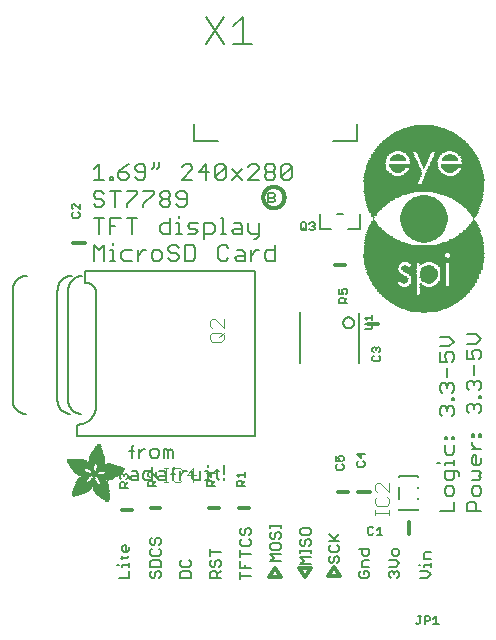
<source format=gbr>
G04 EAGLE Gerber RS-274X export*
G75*
%MOMM*%
%FSLAX34Y34*%
%LPD*%
%INSilkscreen Top*%
%IPPOS*%
%AMOC8*
5,1,8,0,0,1.08239X$1,22.5*%
G01*
%ADD10C,0.304800*%
%ADD11C,0.152400*%
%ADD12C,0.203200*%
%ADD13C,0.177800*%
%ADD14C,0.127000*%
%ADD15C,0.101600*%
%ADD16R,0.068600X0.007600*%
%ADD17R,0.114300X0.007600*%
%ADD18R,0.152400X0.007700*%
%ADD19R,0.182900X0.007600*%
%ADD20R,0.205700X0.007600*%
%ADD21R,0.228600X0.007600*%
%ADD22R,0.259100X0.007600*%
%ADD23R,0.274300X0.007700*%
%ADD24R,0.289500X0.007600*%
%ADD25R,0.304800X0.007600*%
%ADD26R,0.320100X0.007600*%
%ADD27R,0.342900X0.007600*%
%ADD28R,0.350500X0.007700*%
%ADD29R,0.365800X0.007600*%
%ADD30R,0.381000X0.007600*%
%ADD31R,0.388600X0.007600*%
%ADD32R,0.403800X0.007600*%
%ADD33R,0.419100X0.007700*%
%ADD34R,0.426700X0.007600*%
%ADD35R,0.441900X0.007600*%
%ADD36R,0.449600X0.007600*%
%ADD37R,0.464800X0.007600*%
%ADD38R,0.480000X0.007700*%
%ADD39R,0.487600X0.007600*%
%ADD40R,0.495300X0.007600*%
%ADD41R,0.510500X0.007600*%
%ADD42R,0.518100X0.007600*%
%ADD43R,0.525700X0.007700*%
%ADD44R,0.541000X0.007600*%
%ADD45R,0.548600X0.007600*%
%ADD46R,0.563800X0.007600*%
%ADD47R,0.571500X0.007600*%
%ADD48R,0.579100X0.007700*%
%ADD49R,0.594300X0.007600*%
%ADD50R,0.601900X0.007600*%
%ADD51R,0.609600X0.007600*%
%ADD52R,0.624800X0.007600*%
%ADD53R,0.632400X0.007700*%
%ADD54R,0.640000X0.007600*%
%ADD55R,0.655300X0.007600*%
%ADD56R,0.662900X0.007600*%
%ADD57R,0.678100X0.007600*%
%ADD58R,0.685800X0.007700*%
%ADD59R,0.693400X0.007600*%
%ADD60R,0.708600X0.007600*%
%ADD61R,0.716200X0.007600*%
%ADD62R,0.723900X0.007600*%
%ADD63R,0.739100X0.007700*%
%ADD64R,0.746700X0.007600*%
%ADD65R,0.754300X0.007600*%
%ADD66R,0.769600X0.007600*%
%ADD67R,0.777200X0.007600*%
%ADD68R,0.792400X0.007700*%
%ADD69R,0.800100X0.007600*%
%ADD70R,0.807700X0.007600*%
%ADD71R,0.822900X0.007600*%
%ADD72R,0.830500X0.007600*%
%ADD73R,0.838200X0.007700*%
%ADD74R,0.091500X0.007600*%
%ADD75R,0.853400X0.007600*%
%ADD76R,0.144700X0.007600*%
%ADD77R,0.861000X0.007600*%
%ADD78R,0.190500X0.007600*%
%ADD79R,0.876300X0.007600*%
%ADD80R,0.221000X0.007600*%
%ADD81R,0.883900X0.007600*%
%ADD82R,0.259000X0.007700*%
%ADD83R,0.891500X0.007700*%
%ADD84R,0.289600X0.007600*%
%ADD85R,0.906700X0.007600*%
%ADD86R,0.914400X0.007600*%
%ADD87R,0.350500X0.007600*%
%ADD88R,0.922000X0.007600*%
%ADD89R,0.937200X0.007600*%
%ADD90R,0.411400X0.007700*%
%ADD91R,0.944800X0.007700*%
%ADD92R,0.434300X0.007600*%
%ADD93R,0.952500X0.007600*%
%ADD94R,0.464900X0.007600*%
%ADD95R,0.967700X0.007600*%
%ADD96R,0.975300X0.007600*%
%ADD97R,0.518200X0.007600*%
%ADD98R,0.990600X0.007600*%
%ADD99R,0.548600X0.007700*%
%ADD100R,0.998200X0.007700*%
%ADD101R,1.005800X0.007600*%
%ADD102R,0.594400X0.007600*%
%ADD103R,1.021000X0.007600*%
%ADD104R,0.617200X0.007600*%
%ADD105R,1.028700X0.007600*%
%ADD106R,0.647700X0.007600*%
%ADD107R,1.036300X0.007600*%
%ADD108R,0.670500X0.007700*%
%ADD109R,1.051500X0.007700*%
%ADD110R,1.059100X0.007600*%
%ADD111R,0.716300X0.007600*%
%ADD112R,1.066800X0.007600*%
%ADD113R,0.739100X0.007600*%
%ADD114R,1.074400X0.007600*%
%ADD115R,0.762000X0.007600*%
%ADD116R,1.089600X0.007600*%
%ADD117R,0.784800X0.007700*%
%ADD118R,1.097200X0.007700*%
%ADD119R,1.104900X0.007600*%
%ADD120R,0.830600X0.007600*%
%ADD121R,1.112500X0.007600*%
%ADD122R,0.845800X0.007600*%
%ADD123R,1.120100X0.007600*%
%ADD124R,0.868700X0.007600*%
%ADD125R,1.127700X0.007600*%
%ADD126R,1.135300X0.007700*%
%ADD127R,1.143000X0.007600*%
%ADD128R,0.944900X0.007600*%
%ADD129R,1.150600X0.007600*%
%ADD130R,0.960100X0.007600*%
%ADD131R,1.158200X0.007600*%
%ADD132R,0.983000X0.007600*%
%ADD133R,1.165800X0.007600*%
%ADD134R,1.005900X0.007700*%
%ADD135R,1.173400X0.007700*%
%ADD136R,1.021100X0.007600*%
%ADD137R,1.181100X0.007600*%
%ADD138R,1.044000X0.007600*%
%ADD139R,1.188700X0.007600*%
%ADD140R,1.196300X0.007600*%
%ADD141R,1.082000X0.007600*%
%ADD142R,1.203900X0.007600*%
%ADD143R,1.104900X0.007700*%
%ADD144R,1.211500X0.007700*%
%ADD145R,1.211500X0.007600*%
%ADD146R,1.219200X0.007600*%
%ADD147R,1.226800X0.007600*%
%ADD148R,1.234400X0.007600*%
%ADD149R,1.188700X0.007700*%
%ADD150R,1.242000X0.007700*%
%ADD151R,1.242000X0.007600*%
%ADD152R,1.211600X0.007600*%
%ADD153R,1.249600X0.007600*%
%ADD154R,1.257300X0.007600*%
%ADD155R,1.264900X0.007600*%
%ADD156R,1.242100X0.007700*%
%ADD157R,1.264900X0.007700*%
%ADD158R,1.272500X0.007600*%
%ADD159R,1.265000X0.007600*%
%ADD160R,1.280100X0.007600*%
%ADD161R,1.272600X0.007600*%
%ADD162R,1.287700X0.007600*%
%ADD163R,1.287800X0.007600*%
%ADD164R,1.295400X0.007700*%
%ADD165R,1.303000X0.007600*%
%ADD166R,1.318200X0.007600*%
%ADD167R,1.310600X0.007600*%
%ADD168R,1.325900X0.007600*%
%ADD169R,1.341100X0.007700*%
%ADD170R,1.318200X0.007700*%
%ADD171R,1.341100X0.007600*%
%ADD172R,1.325800X0.007600*%
%ADD173R,1.348700X0.007600*%
%ADD174R,1.364000X0.007600*%
%ADD175R,1.333500X0.007600*%
%ADD176R,1.371600X0.007700*%
%ADD177R,1.379200X0.007600*%
%ADD178R,1.379300X0.007600*%
%ADD179R,1.386900X0.007600*%
%ADD180R,1.394500X0.007600*%
%ADD181R,1.356300X0.007600*%
%ADD182R,1.394400X0.007700*%
%ADD183R,1.356300X0.007700*%
%ADD184R,1.402000X0.007600*%
%ADD185R,1.409700X0.007600*%
%ADD186R,1.363900X0.007600*%
%ADD187R,1.417300X0.007600*%
%ADD188R,1.371600X0.007600*%
%ADD189R,1.424900X0.007700*%
%ADD190R,1.424900X0.007600*%
%ADD191R,1.432600X0.007600*%
%ADD192R,1.440200X0.007600*%
%ADD193R,1.386800X0.007600*%
%ADD194R,1.447800X0.007700*%
%ADD195R,1.386800X0.007700*%
%ADD196R,1.447800X0.007600*%
%ADD197R,1.455500X0.007600*%
%ADD198R,1.394400X0.007600*%
%ADD199R,1.463100X0.007600*%
%ADD200R,1.455400X0.007700*%
%ADD201R,1.463000X0.007600*%
%ADD202R,1.470600X0.007600*%
%ADD203R,1.470600X0.007700*%
%ADD204R,1.409700X0.007700*%
%ADD205R,1.470700X0.007600*%
%ADD206R,1.402100X0.007600*%
%ADD207R,1.478300X0.007600*%
%ADD208R,1.478300X0.007700*%
%ADD209R,1.402100X0.007700*%
%ADD210R,1.485900X0.007600*%
%ADD211R,1.485900X0.007700*%
%ADD212R,1.493500X0.007700*%
%ADD213R,1.493500X0.007600*%
%ADD214R,1.394500X0.007700*%
%ADD215R,1.493600X0.007700*%
%ADD216R,1.386900X0.007700*%
%ADD217R,1.379200X0.007700*%
%ADD218R,2.857500X0.007700*%
%ADD219R,2.857500X0.007600*%
%ADD220R,2.849900X0.007600*%
%ADD221R,2.842300X0.007600*%
%ADD222R,2.834700X0.007700*%
%ADD223R,2.827000X0.007600*%
%ADD224R,2.819400X0.007600*%
%ADD225R,2.811800X0.007600*%
%ADD226R,2.811800X0.007700*%
%ADD227R,2.804100X0.007600*%
%ADD228R,2.796500X0.007600*%
%ADD229R,1.966000X0.007600*%
%ADD230R,1.943100X0.007600*%
%ADD231R,0.754400X0.007600*%
%ADD232R,1.927900X0.007700*%
%ADD233R,0.746700X0.007700*%
%ADD234R,1.912600X0.007600*%
%ADD235R,0.731500X0.007600*%
%ADD236R,1.905000X0.007600*%
%ADD237R,1.882200X0.007600*%
%ADD238R,1.874600X0.007600*%
%ADD239R,1.866900X0.007700*%
%ADD240R,0.708700X0.007700*%
%ADD241R,1.851600X0.007600*%
%ADD242R,0.701100X0.007600*%
%ADD243R,1.844000X0.007600*%
%ADD244R,1.836400X0.007600*%
%ADD245R,1.821200X0.007600*%
%ADD246R,0.685800X0.007600*%
%ADD247R,1.813500X0.007700*%
%ADD248R,1.805900X0.007600*%
%ADD249R,0.678200X0.007600*%
%ADD250R,1.790700X0.007600*%
%ADD251R,0.670600X0.007600*%
%ADD252R,1.775500X0.007600*%
%ADD253R,1.767900X0.007700*%
%ADD254R,0.663000X0.007700*%
%ADD255R,1.760200X0.007600*%
%ADD256R,1.752600X0.007600*%
%ADD257R,0.937300X0.007600*%
%ADD258R,0.792500X0.007600*%
%ADD259R,0.899100X0.007600*%
%ADD260R,0.883900X0.007700*%
%ADD261R,0.716300X0.007700*%
%ADD262R,0.647700X0.007700*%
%ADD263R,0.640100X0.007600*%
%ADD264R,0.632500X0.007600*%
%ADD265R,0.655400X0.007600*%
%ADD266R,0.632400X0.007600*%
%ADD267R,0.845800X0.007700*%
%ADD268R,0.617200X0.007700*%
%ADD269R,0.624800X0.007700*%
%ADD270R,0.602000X0.007600*%
%ADD271R,0.838200X0.007600*%
%ADD272R,0.586700X0.007600*%
%ADD273R,0.548700X0.007600*%
%ADD274R,0.830500X0.007700*%
%ADD275R,0.541000X0.007700*%
%ADD276R,0.594300X0.007700*%
%ADD277R,0.525800X0.007600*%
%ADD278R,0.586800X0.007600*%
%ADD279R,0.815300X0.007600*%
%ADD280R,0.579200X0.007600*%
%ADD281R,0.815400X0.007600*%
%ADD282R,0.815400X0.007700*%
%ADD283R,0.571500X0.007700*%
%ADD284R,0.807800X0.007600*%
%ADD285R,0.563900X0.007600*%
%ADD286R,0.457200X0.007600*%
%ADD287R,0.442000X0.007600*%
%ADD288R,0.556300X0.007600*%
%ADD289R,0.807700X0.007700*%
%ADD290R,0.411500X0.007600*%
%ADD291R,0.533400X0.007600*%
%ADD292R,0.076200X0.007600*%
%ADD293R,0.403900X0.007600*%
%ADD294R,0.525700X0.007600*%
%ADD295R,0.388700X0.007600*%
%ADD296R,0.297200X0.007600*%
%ADD297R,0.373400X0.007700*%
%ADD298R,0.503000X0.007700*%
%ADD299R,0.426800X0.007700*%
%ADD300R,0.358100X0.007600*%
%ADD301R,0.502900X0.007600*%
%ADD302R,0.472400X0.007600*%
%ADD303R,0.487700X0.007600*%
%ADD304R,0.335300X0.007600*%
%ADD305R,0.792500X0.007700*%
%ADD306R,0.327600X0.007700*%
%ADD307R,0.472400X0.007700*%
%ADD308R,0.640000X0.007700*%
%ADD309R,0.784800X0.007600*%
%ADD310R,0.320000X0.007600*%
%ADD311R,0.792400X0.007600*%
%ADD312R,1.173400X0.007600*%
%ADD313R,1.196400X0.007600*%
%ADD314R,0.784900X0.007600*%
%ADD315R,0.784900X0.007700*%
%ADD316R,0.297200X0.007700*%
%ADD317R,1.249700X0.007600*%
%ADD318R,0.281900X0.007600*%
%ADD319R,1.295400X0.007600*%
%ADD320R,0.266700X0.007600*%
%ADD321R,0.777300X0.007700*%
%ADD322R,0.266700X0.007700*%
%ADD323R,1.333500X0.007700*%
%ADD324R,0.777300X0.007600*%
%ADD325R,1.348800X0.007600*%
%ADD326R,0.251500X0.007600*%
%ADD327R,0.243900X0.007700*%
%ADD328R,0.243900X0.007600*%
%ADD329R,1.440100X0.007600*%
%ADD330R,0.236200X0.007600*%
%ADD331R,0.762000X0.007700*%
%ADD332R,0.236200X0.007700*%
%ADD333R,1.508700X0.007700*%
%ADD334R,1.531600X0.007600*%
%ADD335R,1.546900X0.007600*%
%ADD336R,1.569700X0.007600*%
%ADD337R,1.585000X0.007600*%
%ADD338R,0.746800X0.007700*%
%ADD339R,1.607800X0.007700*%
%ADD340R,0.243800X0.007600*%
%ADD341R,1.630700X0.007600*%
%ADD342R,1.653500X0.007600*%
%ADD343R,0.739200X0.007600*%
%ADD344R,1.684000X0.007600*%
%ADD345R,2.019300X0.007600*%
%ADD346R,0.731500X0.007700*%
%ADD347R,2.026900X0.007700*%
%ADD348R,2.049800X0.007600*%
%ADD349R,2.057400X0.007600*%
%ADD350R,0.708700X0.007600*%
%ADD351R,2.072600X0.007600*%
%ADD352R,0.701000X0.007600*%
%ADD353R,2.095500X0.007600*%
%ADD354R,0.693500X0.007700*%
%ADD355R,2.110800X0.007700*%
%ADD356R,2.141200X0.007600*%
%ADD357R,0.060900X0.007600*%
%ADD358R,2.872700X0.007600*%
%ADD359R,3.124200X0.007600*%
%ADD360R,3.177600X0.007600*%
%ADD361R,3.215600X0.007700*%
%ADD362R,3.253700X0.007600*%
%ADD363R,3.284300X0.007600*%
%ADD364R,3.314700X0.007600*%
%ADD365R,3.352800X0.007600*%
%ADD366R,3.375600X0.007700*%
%ADD367R,3.406200X0.007600*%
%ADD368R,3.429000X0.007600*%
%ADD369R,3.451800X0.007600*%
%ADD370R,3.482400X0.007600*%
%ADD371R,1.828800X0.007700*%
%ADD372R,1.539300X0.007700*%
%ADD373R,1.767900X0.007600*%
%ADD374R,1.767800X0.007600*%
%ADD375R,1.760200X0.007700*%
%ADD376R,1.760300X0.007600*%
%ADD377R,1.775400X0.007700*%
%ADD378R,1.379300X0.007700*%
%ADD379R,1.783000X0.007600*%
%ADD380R,1.813500X0.007600*%
%ADD381R,1.821100X0.007700*%
%ADD382R,0.503000X0.007600*%
%ADD383R,1.135400X0.007600*%
%ADD384R,1.127700X0.007700*%
%ADD385R,0.487700X0.007700*%
%ADD386R,1.120200X0.007600*%
%ADD387R,1.097300X0.007600*%
%ADD388R,0.510600X0.007600*%
%ADD389R,1.074400X0.007700*%
%ADD390R,0.525800X0.007700*%
%ADD391R,1.440200X0.007700*%
%ADD392R,1.059200X0.007600*%
%ADD393R,1.051600X0.007600*%
%ADD394R,1.051500X0.007600*%
%ADD395R,1.043900X0.007700*%
%ADD396R,0.602000X0.007700*%
%ADD397R,1.524000X0.007600*%
%ADD398R,1.539300X0.007600*%
%ADD399R,1.592600X0.007600*%
%ADD400R,1.021100X0.007700*%
%ADD401R,1.615400X0.007700*%
%ADD402R,1.013400X0.007600*%
%ADD403R,1.653600X0.007600*%
%ADD404R,1.013500X0.007600*%
%ADD405R,1.699300X0.007600*%
%ADD406R,2.743200X0.007600*%
%ADD407R,1.005900X0.007600*%
%ADD408R,2.415500X0.007600*%
%ADD409R,1.005800X0.007700*%
%ADD410R,0.281900X0.007700*%
%ADD411R,2.408000X0.007700*%
%ADD412R,2.407900X0.007600*%
%ADD413R,0.998200X0.007600*%
%ADD414R,0.282000X0.007600*%
%ADD415R,0.998300X0.007600*%
%ADD416R,2.400300X0.007600*%
%ADD417R,0.289500X0.007700*%
%ADD418R,2.400300X0.007700*%
%ADD419R,0.297100X0.007600*%
%ADD420R,0.312400X0.007600*%
%ADD421R,2.392700X0.007600*%
%ADD422R,0.990600X0.007700*%
%ADD423R,0.327700X0.007700*%
%ADD424R,2.392700X0.007700*%
%ADD425R,2.385100X0.007600*%
%ADD426R,0.381000X0.007700*%
%ADD427R,2.377400X0.007700*%
%ADD428R,2.377400X0.007600*%
%ADD429R,2.369800X0.007600*%
%ADD430R,0.419100X0.007600*%
%ADD431R,2.362200X0.007600*%
%ADD432R,0.426800X0.007600*%
%ADD433R,1.036300X0.007700*%
%ADD434R,0.442000X0.007700*%
%ADD435R,2.354600X0.007700*%
%ADD436R,2.354600X0.007600*%
%ADD437R,0.480100X0.007600*%
%ADD438R,2.347000X0.007600*%
%ADD439R,1.074500X0.007600*%
%ADD440R,2.339400X0.007600*%
%ADD441R,1.082100X0.007700*%
%ADD442R,0.548700X0.007700*%
%ADD443R,2.331800X0.007700*%
%ADD444R,2.331800X0.007600*%
%ADD445R,0.624900X0.007600*%
%ADD446R,2.324100X0.007600*%
%ADD447R,1.859300X0.007600*%
%ADD448R,2.308800X0.007600*%
%ADD449R,2.301200X0.007700*%
%ADD450R,2.301200X0.007600*%
%ADD451R,2.293600X0.007600*%
%ADD452R,2.278400X0.007600*%
%ADD453R,1.889800X0.007600*%
%ADD454R,2.270700X0.007600*%
%ADD455R,1.897400X0.007700*%
%ADD456R,2.255500X0.007700*%
%ADD457R,1.897400X0.007600*%
%ADD458R,2.247900X0.007600*%
%ADD459R,2.232600X0.007600*%
%ADD460R,1.912700X0.007600*%
%ADD461R,2.209800X0.007600*%
%ADD462R,1.920300X0.007600*%
%ADD463R,2.186900X0.007600*%
%ADD464R,1.920300X0.007700*%
%ADD465R,2.171700X0.007700*%
%ADD466R,1.935500X0.007600*%
%ADD467R,2.148800X0.007600*%
%ADD468R,2.126000X0.007600*%
%ADD469R,1.950700X0.007600*%
%ADD470R,1.958400X0.007700*%
%ADD471R,2.042200X0.007700*%
%ADD472R,1.973600X0.007600*%
%ADD473R,1.996500X0.007600*%
%ADD474R,1.981200X0.007600*%
%ADD475R,1.988800X0.007600*%
%ADD476R,1.996400X0.007700*%
%ADD477R,1.996400X0.007600*%
%ADD478R,2.004100X0.007600*%
%ADD479R,1.874500X0.007600*%
%ADD480R,1.425000X0.007600*%
%ADD481R,2.026900X0.007600*%
%ADD482R,0.434400X0.007700*%
%ADD483R,1.364000X0.007700*%
%ADD484R,2.034500X0.007600*%
%ADD485R,0.434400X0.007600*%
%ADD486R,2.049700X0.007600*%
%ADD487R,2.065000X0.007700*%
%ADD488R,0.464800X0.007700*%
%ADD489R,1.196300X0.007700*%
%ADD490R,2.080300X0.007600*%
%ADD491R,1.158300X0.007600*%
%ADD492R,2.087900X0.007600*%
%ADD493R,0.472500X0.007600*%
%ADD494R,2.103100X0.007600*%
%ADD495R,2.118400X0.007600*%
%ADD496R,2.133600X0.007600*%
%ADD497R,2.148800X0.007700*%
%ADD498R,2.164000X0.007600*%
%ADD499R,2.171700X0.007600*%
%ADD500R,2.187000X0.007600*%
%ADD501R,0.556200X0.007600*%
%ADD502R,2.202200X0.007700*%
%ADD503R,0.556200X0.007700*%
%ADD504R,0.640100X0.007700*%
%ADD505R,0.579100X0.007600*%
%ADD506R,0.480000X0.007600*%
%ADD507R,1.752600X0.007700*%
%ADD508R,0.487600X0.007700*%
%ADD509R,0.594400X0.007700*%
%ADD510R,0.358100X0.007700*%
%ADD511R,0.099000X0.007600*%
%ADD512R,1.280200X0.007600*%
%ADD513R,1.745000X0.007600*%
%ADD514R,1.744900X0.007600*%
%ADD515R,1.737300X0.007700*%
%ADD516R,1.737400X0.007600*%
%ADD517R,1.729800X0.007600*%
%ADD518R,1.722200X0.007600*%
%ADD519R,1.722100X0.007600*%
%ADD520R,1.714500X0.007700*%
%ADD521R,1.356400X0.007700*%
%ADD522R,1.706900X0.007600*%
%ADD523R,1.356400X0.007600*%
%ADD524R,1.691700X0.007600*%
%ADD525R,1.668800X0.007700*%
%ADD526R,1.645900X0.007600*%
%ADD527R,1.623100X0.007600*%
%ADD528R,1.577400X0.007600*%
%ADD529R,1.554400X0.007600*%
%ADD530R,1.539200X0.007600*%
%ADD531R,1.524000X0.007700*%
%ADD532R,1.501100X0.007600*%
%ADD533R,1.455400X0.007600*%
%ADD534R,1.348800X0.007700*%
%ADD535R,1.318300X0.007600*%
%ADD536R,1.310600X0.007700*%
%ADD537R,1.287800X0.007700*%
%ADD538R,1.234500X0.007600*%
%ADD539R,1.226900X0.007600*%
%ADD540R,1.173500X0.007700*%
%ADD541R,1.173500X0.007600*%
%ADD542R,1.165900X0.007600*%
%ADD543R,1.143000X0.007700*%
%ADD544R,1.127800X0.007600*%
%ADD545R,1.097200X0.007600*%
%ADD546R,1.028700X0.007700*%
%ADD547R,0.982900X0.007600*%
%ADD548R,0.952500X0.007700*%
%ADD549R,0.929600X0.007600*%
%ADD550R,0.906800X0.007700*%
%ADD551R,0.906800X0.007600*%
%ADD552R,0.899200X0.007600*%
%ADD553R,0.884000X0.007600*%
%ADD554R,0.876300X0.007700*%
%ADD555R,0.830600X0.007700*%
%ADD556R,0.754400X0.007700*%
%ADD557R,0.746800X0.007600*%
%ADD558R,0.708600X0.007700*%
%ADD559R,0.678200X0.007700*%
%ADD560R,0.663000X0.007600*%
%ADD561R,0.632500X0.007700*%
%ADD562R,0.556300X0.007700*%
%ADD563R,0.518200X0.007700*%
%ADD564R,0.434300X0.007700*%
%ADD565R,0.396300X0.007700*%
%ADD566R,0.373300X0.007600*%
%ADD567R,0.365700X0.007600*%
%ADD568R,0.327700X0.007600*%
%ADD569R,0.304800X0.007700*%
%ADD570R,0.274300X0.007600*%
%ADD571R,0.243800X0.007700*%
%ADD572R,0.205800X0.007600*%
%ADD573R,0.152400X0.007600*%
%ADD574R,0.121900X0.007700*%
%ADD575R,0.508000X0.063500*%
%ADD576R,1.714500X0.063500*%
%ADD577R,2.352038X0.063500*%
%ADD578R,2.860038X0.063500*%
%ADD579R,3.241038X0.063500*%
%ADD580R,3.619500X0.063500*%
%ADD581R,3.873500X0.063500*%
%ADD582R,4.188462X0.063500*%
%ADD583R,4.508500X0.063500*%
%ADD584R,4.762500X0.063500*%
%ADD585R,4.950463X0.063500*%
%ADD586R,5.143500X0.063500*%
%ADD587R,5.397500X0.063500*%
%ADD588R,5.588000X0.063500*%
%ADD589R,5.778500X0.063500*%
%ADD590R,5.971538X0.063500*%
%ADD591R,6.162038X0.063500*%
%ADD592R,6.289038X0.063500*%
%ADD593R,6.479538X0.063500*%
%ADD594R,6.604000X0.063500*%
%ADD595R,6.794500X0.063500*%
%ADD596R,6.921500X0.063500*%
%ADD597R,7.048500X0.063500*%
%ADD598R,7.175500X0.063500*%
%ADD599R,3.111500X0.063500*%
%ADD600R,4.061463X0.063500*%
%ADD601R,3.175000X0.063500*%
%ADD602R,4.124963X0.063500*%
%ADD603R,3.304538X0.063500*%
%ADD604R,4.251963X0.063500*%
%ADD605R,3.368038X0.063500*%
%ADD606R,4.315463X0.063500*%
%ADD607R,3.431538X0.063500*%
%ADD608R,4.378963X0.063500*%
%ADD609R,3.492500X0.063500*%
%ADD610R,4.442463X0.063500*%
%ADD611R,3.556000X0.063500*%
%ADD612R,2.349500X0.063500*%
%ADD613R,0.891538X0.063500*%
%ADD614R,0.571500X0.063500*%
%ADD615R,3.558538X0.063500*%
%ADD616R,2.286000X0.063500*%
%ADD617R,0.698500X0.063500*%
%ADD618R,0.381000X0.063500*%
%ADD619R,1.018538X0.063500*%
%ADD620R,2.161538X0.063500*%
%ADD621R,2.159000X0.063500*%
%ADD622R,0.637537X0.063500*%
%ADD623R,0.254000X0.063500*%
%ADD624R,0.889000X0.063500*%
%ADD625R,0.574037X0.063500*%
%ADD626R,0.190500X0.063500*%
%ADD627R,0.825500X0.063500*%
%ADD628R,2.225038X0.063500*%
%ADD629R,2.156462X0.063500*%
%ADD630R,0.187963X0.063500*%
%ADD631R,0.510537X0.063500*%
%ADD632R,0.127000X0.063500*%
%ADD633R,0.378463X0.063500*%
%ADD634R,0.762000X0.063500*%
%ADD635R,2.222500X0.063500*%
%ADD636R,0.505463X0.063500*%
%ADD637R,0.759463X0.063500*%
%ADD638R,2.288537X0.063500*%
%ADD639R,0.635000X0.063500*%
%ADD640R,0.886463X0.063500*%
%ADD641R,0.447038X0.063500*%
%ADD642R,1.076963X0.063500*%
%ADD643R,3.238500X0.063500*%
%ADD644R,1.206500X0.063500*%
%ADD645R,2.415538X0.063500*%
%ADD646R,1.270000X0.063500*%
%ADD647R,1.397000X0.063500*%
%ADD648R,2.479038X0.063500*%
%ADD649R,0.444500X0.063500*%
%ADD650R,1.460500X0.063500*%
%ADD651R,2.542538X0.063500*%
%ADD652R,1.524000X0.063500*%
%ADD653R,3.108963X0.063500*%
%ADD654R,2.606038X0.063500*%
%ADD655R,3.048000X0.063500*%
%ADD656R,2.984500X0.063500*%
%ADD657R,2.857500X0.063500*%
%ADD658R,2.669538X0.063500*%
%ADD659R,2.794000X0.063500*%
%ADD660R,2.730500X0.063500*%
%ADD661R,1.143000X0.063500*%
%ADD662R,2.733038X0.063500*%
%ADD663R,2.796538X0.063500*%
%ADD664R,1.333500X0.063500*%
%ADD665R,0.251463X0.063500*%
%ADD666R,0.063500X0.063500*%
%ADD667R,2.987038X0.063500*%
%ADD668R,3.050538X0.063500*%
%ADD669R,3.114038X0.063500*%
%ADD670R,0.317500X0.063500*%
%ADD671R,2.923538X0.063500*%
%ADD672R,4.320538X0.063500*%
%ADD673R,10.099037X0.063500*%
%ADD674R,10.160000X0.063500*%
%ADD675R,6.985000X0.063500*%
%ADD676R,2.921000X0.063500*%
%ADD677R,10.220963X0.063500*%
%ADD678R,4.257038X0.063500*%
%ADD679R,3.937000X0.063500*%
%ADD680R,3.685538X0.063500*%
%ADD681R,3.683000X0.063500*%
%ADD682R,3.429000X0.063500*%
%ADD683R,3.302000X0.063500*%
%ADD684R,1.203963X0.063500*%
%ADD685R,1.841500X0.063500*%
%ADD686R,2.603500X0.063500*%
%ADD687R,2.034537X0.063500*%
%ADD688R,2.667000X0.063500*%
%ADD689R,2.540000X0.063500*%
%ADD690R,2.410462X0.063500*%
%ADD691R,2.032000X0.063500*%
%ADD692R,1.968500X0.063500*%
%ADD693R,1.905000X0.063500*%
%ADD694R,1.775463X0.063500*%
%ADD695R,1.711963X0.063500*%
%ADD696R,3.177538X0.063500*%
%ADD697R,1.648463X0.063500*%
%ADD698R,1.587500X0.063500*%
%ADD699R,3.365500X0.063500*%
%ADD700R,0.955038X0.063500*%
%ADD701R,3.746500X0.063500*%
%ADD702R,0.828038X0.063500*%
%ADD703R,3.810000X0.063500*%
%ADD704R,0.764538X0.063500*%
%ADD705R,0.632463X0.063500*%
%ADD706R,0.701037X0.063500*%
%ADD707R,0.568963X0.063500*%
%ADD708R,0.441963X0.063500*%
%ADD709R,4.000500X0.063500*%
%ADD710R,0.320038X0.063500*%
%ADD711R,0.256538X0.063500*%
%ADD712R,1.079500X0.063500*%
%ADD713R,1.778000X0.063500*%
%ADD714R,1.902463X0.063500*%
%ADD715R,2.095500X0.063500*%
%ADD716R,2.098038X0.063500*%
%ADD717R,5.016500X0.063500*%
%ADD718R,4.953000X0.063500*%
%ADD719R,4.635500X0.063500*%
%ADD720R,5.331463X0.063500*%
%ADD721R,5.267963X0.063500*%
%ADD722R,4.699000X0.063500*%
%ADD723R,5.204462X0.063500*%
%ADD724R,5.080000X0.063500*%
%ADD725R,4.826000X0.063500*%
%ADD726R,4.765038X0.063500*%
%ADD727R,4.828538X0.063500*%
%ADD728R,1.651000X0.063500*%
%ADD729R,1.463037X0.063500*%
%ADD730R,2.219963X0.063500*%
%ADD731R,1.399538X0.063500*%
%ADD732R,2.092963X0.063500*%
%ADD733R,1.336037X0.063500*%
%ADD734R,2.029463X0.063500*%
%ADD735R,1.209037X0.063500*%
%ADD736R,1.965963X0.063500*%
%ADD737R,0.952500X0.063500*%
%ADD738R,1.016000X0.063500*%
%ADD739R,1.267463X0.063500*%
%ADD740R,1.394463X0.063500*%
%ADD741R,1.584963X0.063500*%
%ADD742R,2.476500X0.063500*%
%ADD743R,1.521463X0.063500*%
%ADD744R,1.457963X0.063500*%
%ADD745R,1.330963X0.063500*%
%ADD746R,0.822963X0.063500*%
%ADD747R,1.140463X0.063500*%
%ADD748R,0.949963X0.063500*%
%ADD749R,1.013463X0.063500*%
%ADD750R,1.780538X0.063500*%
%ADD751R,8.382000X0.063500*%
%ADD752R,8.318500X0.063500*%
%ADD753R,8.188963X0.063500*%
%ADD754R,8.064500X0.063500*%
%ADD755R,7.937500X0.063500*%
%ADD756R,7.874000X0.063500*%
%ADD757R,7.810500X0.063500*%
%ADD758R,7.683500X0.063500*%
%ADD759R,7.553963X0.063500*%
%ADD760R,7.426963X0.063500*%
%ADD761R,7.299963X0.063500*%
%ADD762R,6.667500X0.063500*%
%ADD763R,5.651500X0.063500*%
%ADD764R,5.207000X0.063500*%
%ADD765R,5.013962X0.063500*%


D10*
X208280Y41910D02*
X213360Y34290D01*
X203200Y34290D01*
X208280Y41910D01*
D11*
X281425Y32512D02*
X287187Y32512D01*
X290068Y35393D01*
X287187Y38274D01*
X281425Y38274D01*
X284306Y41867D02*
X284306Y43308D01*
X290068Y43308D01*
X290068Y44748D02*
X290068Y41867D01*
X281425Y43308D02*
X279984Y43308D01*
X284306Y48104D02*
X290068Y48104D01*
X284306Y48104D02*
X284306Y52426D01*
X285746Y53866D01*
X290068Y53866D01*
X112268Y32512D02*
X103625Y32512D01*
X103625Y36834D01*
X105065Y38274D01*
X107946Y38274D01*
X109387Y36834D01*
X109387Y32512D01*
X109387Y35393D02*
X112268Y38274D01*
X103625Y46189D02*
X105065Y47629D01*
X103625Y46189D02*
X103625Y43308D01*
X105065Y41867D01*
X106506Y41867D01*
X107946Y43308D01*
X107946Y46189D01*
X109387Y47629D01*
X110827Y47629D01*
X112268Y46189D01*
X112268Y43308D01*
X110827Y41867D01*
X112268Y54104D02*
X103625Y54104D01*
X103625Y56985D02*
X103625Y51222D01*
X86868Y32512D02*
X78225Y32512D01*
X86868Y32512D02*
X86868Y36834D01*
X85427Y38274D01*
X79665Y38274D01*
X78225Y36834D01*
X78225Y32512D01*
X78225Y46189D02*
X79665Y47629D01*
X78225Y46189D02*
X78225Y43308D01*
X79665Y41867D01*
X85427Y41867D01*
X86868Y43308D01*
X86868Y46189D01*
X85427Y47629D01*
X54265Y38274D02*
X52825Y36834D01*
X52825Y33953D01*
X54265Y32512D01*
X55706Y32512D01*
X57146Y33953D01*
X57146Y36834D01*
X58587Y38274D01*
X60027Y38274D01*
X61468Y36834D01*
X61468Y33953D01*
X60027Y32512D01*
X61468Y41867D02*
X52825Y41867D01*
X61468Y41867D02*
X61468Y46189D01*
X60027Y47629D01*
X54265Y47629D01*
X52825Y46189D01*
X52825Y41867D01*
X52825Y55544D02*
X54265Y56985D01*
X52825Y55544D02*
X52825Y52663D01*
X54265Y51222D01*
X60027Y51222D01*
X61468Y52663D01*
X61468Y55544D01*
X60027Y56985D01*
X52825Y64899D02*
X54265Y66340D01*
X52825Y64899D02*
X52825Y62018D01*
X54265Y60578D01*
X55706Y60578D01*
X57146Y62018D01*
X57146Y64899D01*
X58587Y66340D01*
X60027Y66340D01*
X61468Y64899D01*
X61468Y62018D01*
X60027Y60578D01*
X129025Y34123D02*
X137668Y34123D01*
X129025Y31242D02*
X129025Y37004D01*
X129025Y40597D02*
X137668Y40597D01*
X129025Y40597D02*
X129025Y46359D01*
X133346Y43478D02*
X133346Y40597D01*
X137668Y52834D02*
X129025Y52834D01*
X129025Y55715D02*
X129025Y49952D01*
X129025Y63629D02*
X130465Y65070D01*
X129025Y63629D02*
X129025Y60748D01*
X130465Y59308D01*
X136227Y59308D01*
X137668Y60748D01*
X137668Y63629D01*
X136227Y65070D01*
X129025Y72984D02*
X130465Y74425D01*
X129025Y72984D02*
X129025Y70103D01*
X130465Y68663D01*
X131906Y68663D01*
X133346Y70103D01*
X133346Y72984D01*
X134787Y74425D01*
X136227Y74425D01*
X137668Y72984D01*
X137668Y70103D01*
X136227Y68663D01*
X154425Y46482D02*
X163068Y46482D01*
X157306Y49363D02*
X154425Y46482D01*
X157306Y49363D02*
X154425Y52244D01*
X163068Y52244D01*
X154425Y57278D02*
X154425Y60159D01*
X154425Y57278D02*
X155865Y55837D01*
X161627Y55837D01*
X163068Y57278D01*
X163068Y60159D01*
X161627Y61599D01*
X155865Y61599D01*
X154425Y60159D01*
X154425Y69514D02*
X155865Y70955D01*
X154425Y69514D02*
X154425Y66633D01*
X155865Y65192D01*
X157306Y65192D01*
X158746Y66633D01*
X158746Y69514D01*
X160187Y70955D01*
X161627Y70955D01*
X163068Y69514D01*
X163068Y66633D01*
X161627Y65192D01*
X163068Y74548D02*
X163068Y77429D01*
X163068Y75988D02*
X154425Y75988D01*
X154425Y74548D02*
X154425Y77429D01*
X203955Y49534D02*
X205395Y50974D01*
X203955Y49534D02*
X203955Y46653D01*
X205395Y45212D01*
X206836Y45212D01*
X208276Y46653D01*
X208276Y49534D01*
X209717Y50974D01*
X211157Y50974D01*
X212598Y49534D01*
X212598Y46653D01*
X211157Y45212D01*
X203955Y58889D02*
X205395Y60329D01*
X203955Y58889D02*
X203955Y56008D01*
X205395Y54567D01*
X211157Y54567D01*
X212598Y56008D01*
X212598Y58889D01*
X211157Y60329D01*
X212598Y63922D02*
X203955Y63922D01*
X209717Y63922D02*
X203955Y69685D01*
X208276Y65363D02*
X212598Y69685D01*
X188468Y43942D02*
X179825Y43942D01*
X182706Y46823D01*
X179825Y49704D01*
X188468Y49704D01*
X188468Y53297D02*
X188468Y56178D01*
X188468Y54738D02*
X179825Y54738D01*
X179825Y56178D02*
X179825Y53297D01*
X179825Y63856D02*
X181265Y65296D01*
X179825Y63856D02*
X179825Y60975D01*
X181265Y59534D01*
X182706Y59534D01*
X184146Y60975D01*
X184146Y63856D01*
X185587Y65296D01*
X187027Y65296D01*
X188468Y63856D01*
X188468Y60975D01*
X187027Y59534D01*
X179825Y70330D02*
X179825Y73211D01*
X179825Y70330D02*
X181265Y68889D01*
X187027Y68889D01*
X188468Y70330D01*
X188468Y73211D01*
X187027Y74651D01*
X181265Y74651D01*
X179825Y73211D01*
X34798Y32512D02*
X26155Y32512D01*
X34798Y32512D02*
X34798Y38274D01*
X29036Y41867D02*
X29036Y43308D01*
X34798Y43308D01*
X34798Y44748D02*
X34798Y41867D01*
X26155Y43308D02*
X24714Y43308D01*
X27595Y49545D02*
X33357Y49545D01*
X34798Y50985D01*
X29036Y50985D02*
X29036Y48104D01*
X34798Y55781D02*
X34798Y58662D01*
X34798Y55781D02*
X33357Y54341D01*
X30476Y54341D01*
X29036Y55781D01*
X29036Y58662D01*
X30476Y60103D01*
X31917Y60103D01*
X31917Y54341D01*
D12*
X4826Y378129D02*
X9232Y382535D01*
X9232Y369316D01*
X4826Y369316D02*
X13639Y369316D01*
X18859Y369316D02*
X18859Y371519D01*
X21062Y371519D01*
X21062Y369316D01*
X18859Y369316D01*
X30282Y380332D02*
X34688Y382535D01*
X30282Y380332D02*
X25875Y375926D01*
X25875Y371519D01*
X28078Y369316D01*
X32485Y369316D01*
X34688Y371519D01*
X34688Y373722D01*
X32485Y375926D01*
X25875Y375926D01*
X39908Y371519D02*
X42111Y369316D01*
X46518Y369316D01*
X48721Y371519D01*
X48721Y380332D01*
X46518Y382535D01*
X42111Y382535D01*
X39908Y380332D01*
X39908Y378129D01*
X42111Y375926D01*
X48721Y375926D01*
X56144Y380332D02*
X56144Y384739D01*
X56144Y380332D02*
X53941Y378129D01*
X60550Y380332D02*
X60550Y384739D01*
X60550Y380332D02*
X58347Y378129D01*
X79667Y369316D02*
X88480Y369316D01*
X79667Y369316D02*
X88480Y378129D01*
X88480Y380332D01*
X86277Y382535D01*
X81871Y382535D01*
X79667Y380332D01*
X100310Y382535D02*
X100310Y369316D01*
X93700Y375926D02*
X100310Y382535D01*
X102513Y375926D02*
X93700Y375926D01*
X107733Y371519D02*
X107733Y380332D01*
X109936Y382535D01*
X114343Y382535D01*
X116546Y380332D01*
X116546Y371519D01*
X114343Y369316D01*
X109936Y369316D01*
X107733Y371519D01*
X116546Y380332D01*
X121766Y378129D02*
X130579Y369316D01*
X121766Y369316D02*
X130579Y378129D01*
X135799Y369316D02*
X144611Y369316D01*
X135799Y369316D02*
X144611Y378129D01*
X144611Y380332D01*
X142408Y382535D01*
X138002Y382535D01*
X135799Y380332D01*
X149831Y380332D02*
X152035Y382535D01*
X156441Y382535D01*
X158644Y380332D01*
X158644Y378129D01*
X156441Y375926D01*
X158644Y373722D01*
X158644Y371519D01*
X156441Y369316D01*
X152035Y369316D01*
X149831Y371519D01*
X149831Y373722D01*
X152035Y375926D01*
X149831Y378129D01*
X149831Y380332D01*
X152035Y375926D02*
X156441Y375926D01*
X163864Y371519D02*
X163864Y380332D01*
X166067Y382535D01*
X170474Y382535D01*
X172677Y380332D01*
X172677Y371519D01*
X170474Y369316D01*
X166067Y369316D01*
X163864Y371519D01*
X172677Y380332D01*
X13639Y357472D02*
X11436Y359675D01*
X7029Y359675D01*
X4826Y357472D01*
X4826Y355269D01*
X7029Y353066D01*
X11436Y353066D01*
X13639Y350862D01*
X13639Y348659D01*
X11436Y346456D01*
X7029Y346456D01*
X4826Y348659D01*
X23265Y346456D02*
X23265Y359675D01*
X18859Y359675D02*
X27672Y359675D01*
X32892Y359675D02*
X41704Y359675D01*
X41704Y357472D01*
X32892Y348659D01*
X32892Y346456D01*
X46924Y359675D02*
X55737Y359675D01*
X55737Y357472D01*
X46924Y348659D01*
X46924Y346456D01*
X60957Y357472D02*
X63160Y359675D01*
X67567Y359675D01*
X69770Y357472D01*
X69770Y355269D01*
X67567Y353066D01*
X69770Y350862D01*
X69770Y348659D01*
X67567Y346456D01*
X63160Y346456D01*
X60957Y348659D01*
X60957Y350862D01*
X63160Y353066D01*
X60957Y355269D01*
X60957Y357472D01*
X63160Y353066D02*
X67567Y353066D01*
X74990Y348659D02*
X77193Y346456D01*
X81600Y346456D01*
X83803Y348659D01*
X83803Y357472D01*
X81600Y359675D01*
X77193Y359675D01*
X74990Y357472D01*
X74990Y355269D01*
X77193Y353066D01*
X83803Y353066D01*
X9232Y336815D02*
X9232Y323596D01*
X4826Y336815D02*
X13639Y336815D01*
X18859Y336815D02*
X18859Y323596D01*
X18859Y336815D02*
X27672Y336815D01*
X23265Y330206D02*
X18859Y330206D01*
X37298Y323596D02*
X37298Y336815D01*
X32892Y336815D02*
X41704Y336815D01*
X69770Y336815D02*
X69770Y323596D01*
X63160Y323596D01*
X60957Y325799D01*
X60957Y330206D01*
X63160Y332409D01*
X69770Y332409D01*
X74990Y332409D02*
X77193Y332409D01*
X77193Y323596D01*
X74990Y323596D02*
X79396Y323596D01*
X77193Y336815D02*
X77193Y339019D01*
X84345Y323596D02*
X90955Y323596D01*
X93158Y325799D01*
X90955Y328002D01*
X86548Y328002D01*
X84345Y330206D01*
X86548Y332409D01*
X93158Y332409D01*
X98378Y332409D02*
X98378Y319190D01*
X98378Y332409D02*
X104988Y332409D01*
X107191Y330206D01*
X107191Y325799D01*
X104988Y323596D01*
X98378Y323596D01*
X112411Y336815D02*
X114614Y336815D01*
X114614Y323596D01*
X112411Y323596D02*
X116817Y323596D01*
X123969Y332409D02*
X128375Y332409D01*
X130579Y330206D01*
X130579Y323596D01*
X123969Y323596D01*
X121766Y325799D01*
X123969Y328002D01*
X130579Y328002D01*
X135799Y325799D02*
X135799Y332409D01*
X135799Y325799D02*
X138002Y323596D01*
X144611Y323596D01*
X144611Y321393D02*
X144611Y332409D01*
X144611Y321393D02*
X142408Y319190D01*
X140205Y319190D01*
X4826Y313955D02*
X4826Y300736D01*
X9232Y309549D02*
X4826Y313955D01*
X9232Y309549D02*
X13639Y313955D01*
X13639Y300736D01*
X18859Y309549D02*
X21062Y309549D01*
X21062Y300736D01*
X18859Y300736D02*
X23265Y300736D01*
X21062Y313955D02*
X21062Y316159D01*
X30417Y309549D02*
X37027Y309549D01*
X30417Y309549D02*
X28214Y307346D01*
X28214Y302939D01*
X30417Y300736D01*
X37027Y300736D01*
X42247Y300736D02*
X42247Y309549D01*
X46653Y309549D02*
X42247Y305142D01*
X46653Y309549D02*
X48856Y309549D01*
X56144Y300736D02*
X60550Y300736D01*
X62754Y302939D01*
X62754Y307346D01*
X60550Y309549D01*
X56144Y309549D01*
X53941Y307346D01*
X53941Y302939D01*
X56144Y300736D01*
X74583Y313955D02*
X76786Y311752D01*
X74583Y313955D02*
X70177Y313955D01*
X67974Y311752D01*
X67974Y309549D01*
X70177Y307346D01*
X74583Y307346D01*
X76786Y305142D01*
X76786Y302939D01*
X74583Y300736D01*
X70177Y300736D01*
X67974Y302939D01*
X82006Y300736D02*
X82006Y313955D01*
X82006Y300736D02*
X88616Y300736D01*
X90819Y302939D01*
X90819Y311752D01*
X88616Y313955D01*
X82006Y313955D01*
X116681Y313955D02*
X118885Y311752D01*
X116681Y313955D02*
X112275Y313955D01*
X110072Y311752D01*
X110072Y302939D01*
X112275Y300736D01*
X116681Y300736D01*
X118885Y302939D01*
X126308Y309549D02*
X130714Y309549D01*
X132917Y307346D01*
X132917Y300736D01*
X126308Y300736D01*
X124105Y302939D01*
X126308Y305142D01*
X132917Y305142D01*
X138137Y300736D02*
X138137Y309549D01*
X138137Y305142D02*
X142544Y309549D01*
X144747Y309549D01*
X158644Y313955D02*
X158644Y300736D01*
X152035Y300736D01*
X149831Y302939D01*
X149831Y307346D01*
X152035Y309549D01*
X158644Y309549D01*
X320792Y88646D02*
X332994Y88646D01*
X320792Y88646D02*
X320792Y94747D01*
X322825Y96781D01*
X326893Y96781D01*
X328927Y94747D01*
X328927Y88646D01*
X332994Y103777D02*
X332994Y107844D01*
X330960Y109878D01*
X326893Y109878D01*
X324859Y107844D01*
X324859Y103777D01*
X326893Y101743D01*
X330960Y101743D01*
X332994Y103777D01*
X330960Y114841D02*
X324859Y114841D01*
X330960Y114841D02*
X332994Y116874D01*
X330960Y118908D01*
X332994Y120942D01*
X330960Y122975D01*
X324859Y122975D01*
X332994Y129971D02*
X332994Y134039D01*
X332994Y129971D02*
X330960Y127938D01*
X326893Y127938D01*
X324859Y129971D01*
X324859Y134039D01*
X326893Y136073D01*
X328927Y136073D01*
X328927Y127938D01*
X332994Y141035D02*
X324859Y141035D01*
X324859Y145102D02*
X328927Y141035D01*
X324859Y145102D02*
X324859Y147136D01*
X324859Y151949D02*
X324859Y153983D01*
X326893Y153983D01*
X326893Y151949D01*
X324859Y151949D01*
X330960Y151949D02*
X330960Y153983D01*
X332994Y153983D01*
X332994Y151949D01*
X330960Y151949D01*
X322825Y171595D02*
X320792Y173629D01*
X320792Y177696D01*
X322825Y179730D01*
X324859Y179730D01*
X326893Y177696D01*
X326893Y175663D01*
X326893Y177696D02*
X328927Y179730D01*
X330960Y179730D01*
X332994Y177696D01*
X332994Y173629D01*
X330960Y171595D01*
X330960Y184693D02*
X332994Y184693D01*
X330960Y184693D02*
X330960Y186726D01*
X332994Y186726D01*
X332994Y184693D01*
X322825Y191241D02*
X320792Y193275D01*
X320792Y197342D01*
X322825Y199376D01*
X324859Y199376D01*
X326893Y197342D01*
X326893Y195309D01*
X326893Y197342D02*
X328927Y199376D01*
X330960Y199376D01*
X332994Y197342D01*
X332994Y193275D01*
X330960Y191241D01*
X326893Y204338D02*
X326893Y212473D01*
X320792Y217436D02*
X320792Y225571D01*
X320792Y217436D02*
X326893Y217436D01*
X324859Y221503D01*
X324859Y223537D01*
X326893Y225571D01*
X330960Y225571D01*
X332994Y223537D01*
X332994Y219469D01*
X330960Y217436D01*
X328927Y230533D02*
X320792Y230533D01*
X328927Y230533D02*
X332994Y234600D01*
X328927Y238668D01*
X320792Y238668D01*
X310134Y88646D02*
X297932Y88646D01*
X310134Y88646D02*
X310134Y96781D01*
X310134Y103777D02*
X310134Y107844D01*
X308100Y109878D01*
X304033Y109878D01*
X301999Y107844D01*
X301999Y103777D01*
X304033Y101743D01*
X308100Y101743D01*
X310134Y103777D01*
X314201Y118908D02*
X314201Y120942D01*
X312168Y122975D01*
X301999Y122975D01*
X301999Y116874D01*
X304033Y114841D01*
X308100Y114841D01*
X310134Y116874D01*
X310134Y122975D01*
X301999Y127938D02*
X301999Y129971D01*
X310134Y129971D01*
X310134Y127938D02*
X310134Y132005D01*
X297932Y129971D02*
X295898Y129971D01*
X301999Y138703D02*
X301999Y144804D01*
X301999Y138703D02*
X304033Y136669D01*
X308100Y136669D01*
X310134Y138703D01*
X310134Y144804D01*
X301999Y149767D02*
X301999Y151800D01*
X304033Y151800D01*
X304033Y149767D01*
X301999Y149767D01*
X308100Y149767D02*
X308100Y151800D01*
X310134Y151800D01*
X310134Y149767D01*
X308100Y149767D01*
X299965Y169412D02*
X297932Y171446D01*
X297932Y175514D01*
X299965Y177547D01*
X301999Y177547D01*
X304033Y175514D01*
X304033Y173480D01*
X304033Y175514D02*
X306067Y177547D01*
X308100Y177547D01*
X310134Y175514D01*
X310134Y171446D01*
X308100Y169412D01*
X308100Y182510D02*
X310134Y182510D01*
X308100Y182510D02*
X308100Y184543D01*
X310134Y184543D01*
X310134Y182510D01*
X299965Y189058D02*
X297932Y191092D01*
X297932Y195159D01*
X299965Y197193D01*
X301999Y197193D01*
X304033Y195159D01*
X304033Y193126D01*
X304033Y195159D02*
X306067Y197193D01*
X308100Y197193D01*
X310134Y195159D01*
X310134Y191092D01*
X308100Y189058D01*
X304033Y202156D02*
X304033Y210290D01*
X297932Y215253D02*
X297932Y223388D01*
X297932Y215253D02*
X304033Y215253D01*
X301999Y219320D01*
X301999Y221354D01*
X304033Y223388D01*
X308100Y223388D01*
X310134Y221354D01*
X310134Y217286D01*
X308100Y215253D01*
X306067Y228350D02*
X297932Y228350D01*
X306067Y228350D02*
X310134Y232417D01*
X306067Y236485D01*
X297932Y236485D01*
D13*
X37001Y143348D02*
X37001Y134239D01*
X37001Y143348D02*
X38823Y145170D01*
X38823Y139705D02*
X35179Y139705D01*
X42975Y141527D02*
X42975Y134239D01*
X42975Y137883D02*
X46619Y141527D01*
X48441Y141527D01*
X54542Y134239D02*
X58186Y134239D01*
X60007Y136061D01*
X60007Y139705D01*
X58186Y141527D01*
X54542Y141527D01*
X52720Y139705D01*
X52720Y136061D01*
X54542Y134239D01*
X64414Y134239D02*
X64414Y141527D01*
X66236Y141527D01*
X68058Y139705D01*
X68058Y134239D01*
X68058Y139705D02*
X69880Y141527D01*
X71701Y139705D01*
X71701Y134239D01*
X40645Y122477D02*
X37001Y122477D01*
X40645Y122477D02*
X42467Y120655D01*
X42467Y115189D01*
X37001Y115189D01*
X35179Y117011D01*
X37001Y118833D01*
X42467Y118833D01*
X54161Y115189D02*
X54161Y126120D01*
X54161Y115189D02*
X48695Y115189D01*
X46873Y117011D01*
X46873Y120655D01*
X48695Y122477D01*
X54161Y122477D01*
X60389Y122477D02*
X64033Y122477D01*
X65854Y120655D01*
X65854Y115189D01*
X60389Y115189D01*
X58567Y117011D01*
X60389Y118833D01*
X65854Y118833D01*
X72083Y115189D02*
X72083Y124298D01*
X73905Y126120D01*
X73905Y120655D02*
X70261Y120655D01*
X78057Y122477D02*
X78057Y115189D01*
X78057Y118833D02*
X81701Y122477D01*
X83523Y122477D01*
X87802Y122477D02*
X87802Y117011D01*
X89624Y115189D01*
X95089Y115189D01*
X95089Y122477D01*
X99496Y122477D02*
X101318Y122477D01*
X101318Y115189D01*
X99496Y115189D02*
X103140Y115189D01*
X101318Y126120D02*
X101318Y127942D01*
X109114Y124298D02*
X109114Y117011D01*
X110936Y115189D01*
X110936Y122477D02*
X107292Y122477D01*
X115088Y117011D02*
X115088Y115189D01*
X115088Y120655D02*
X115088Y127942D01*
D11*
X229355Y36834D02*
X230795Y38274D01*
X229355Y36834D02*
X229355Y33953D01*
X230795Y32512D01*
X236557Y32512D01*
X237998Y33953D01*
X237998Y36834D01*
X236557Y38274D01*
X233676Y38274D01*
X233676Y35393D01*
X232236Y41867D02*
X237998Y41867D01*
X232236Y41867D02*
X232236Y46189D01*
X233676Y47629D01*
X237998Y47629D01*
X237998Y56985D02*
X229355Y56985D01*
X237998Y56985D02*
X237998Y52663D01*
X236557Y51222D01*
X233676Y51222D01*
X232236Y52663D01*
X232236Y56985D01*
D10*
X189230Y40640D02*
X179070Y40640D01*
X184150Y33020D01*
X189230Y40640D01*
D11*
X254755Y33953D02*
X256195Y32512D01*
X254755Y33953D02*
X254755Y36834D01*
X256195Y38274D01*
X257636Y38274D01*
X259076Y36834D01*
X259076Y35393D01*
X259076Y36834D02*
X260517Y38274D01*
X261957Y38274D01*
X263398Y36834D01*
X263398Y33953D01*
X261957Y32512D01*
X260517Y41867D02*
X254755Y41867D01*
X260517Y41867D02*
X263398Y44748D01*
X260517Y47629D01*
X254755Y47629D01*
X263398Y52663D02*
X263398Y55544D01*
X261957Y56985D01*
X259076Y56985D01*
X257636Y55544D01*
X257636Y52663D01*
X259076Y51222D01*
X261957Y51222D01*
X263398Y52663D01*
D10*
X163830Y33020D02*
X158750Y40640D01*
X163830Y33020D02*
X153670Y33020D01*
X158750Y40640D01*
D14*
X-9160Y152100D02*
X-9160Y162100D01*
X-9160Y152100D02*
X141840Y152100D01*
X141840Y292100D01*
X-2160Y292100D01*
X-2160Y282100D01*
X-1966Y282122D01*
X-1772Y282139D01*
X-1578Y282151D01*
X-1383Y282159D01*
X-1188Y282162D01*
X-994Y282160D01*
X-799Y282154D01*
X-604Y282143D01*
X-410Y282127D01*
X-216Y282107D01*
X-23Y282081D01*
X169Y282052D01*
X361Y282017D01*
X552Y281978D01*
X742Y281934D01*
X931Y281886D01*
X1118Y281833D01*
X1304Y281776D01*
X1489Y281714D01*
X1672Y281648D01*
X1854Y281577D01*
X2034Y281502D01*
X2212Y281423D01*
X2388Y281340D01*
X2561Y281252D01*
X2733Y281160D01*
X2903Y281064D01*
X3070Y280963D01*
X3234Y280859D01*
X3396Y280751D01*
X3556Y280639D01*
X3712Y280523D01*
X3866Y280403D01*
X4017Y280280D01*
X4165Y280153D01*
X4310Y280023D01*
X4451Y279889D01*
X4589Y279752D01*
X4724Y279611D01*
X4856Y279467D01*
X4984Y279320D01*
X5108Y279170D01*
X5229Y279017D01*
X5346Y278862D01*
X5459Y278703D01*
X5568Y278542D01*
X5673Y278378D01*
X5775Y278212D01*
X5872Y278043D01*
X5965Y277872D01*
X6054Y277698D01*
X6139Y277523D01*
X6220Y277346D01*
X6296Y277166D01*
X6368Y276985D01*
X6436Y276803D01*
X6499Y276618D01*
X6557Y276433D01*
X6611Y276245D01*
X6661Y276057D01*
X6706Y275867D01*
X6746Y275677D01*
X6782Y275485D01*
X6813Y275293D01*
X6840Y275100D01*
X6840Y178100D01*
X6835Y177713D01*
X6821Y177327D01*
X6798Y176941D01*
X6765Y176556D01*
X6723Y176171D01*
X6672Y175788D01*
X6612Y175406D01*
X6542Y175026D01*
X6463Y174647D01*
X6375Y174271D01*
X6278Y173897D01*
X6172Y173525D01*
X6057Y173156D01*
X5933Y172789D01*
X5800Y172426D01*
X5659Y172066D01*
X5509Y171710D01*
X5350Y171358D01*
X5183Y171009D01*
X5007Y170664D01*
X4823Y170324D01*
X4632Y169989D01*
X4431Y169658D01*
X4224Y169332D01*
X4008Y169011D01*
X3784Y168695D01*
X3553Y168385D01*
X3315Y168081D01*
X3069Y167783D01*
X2816Y167490D01*
X2556Y167204D01*
X2290Y166924D01*
X2016Y166650D01*
X1736Y166384D01*
X1450Y166124D01*
X1157Y165871D01*
X859Y165625D01*
X555Y165387D01*
X245Y165156D01*
X-71Y164932D01*
X-392Y164716D01*
X-718Y164509D01*
X-1049Y164308D01*
X-1384Y164117D01*
X-1724Y163933D01*
X-2069Y163757D01*
X-2418Y163590D01*
X-2770Y163431D01*
X-3126Y163281D01*
X-3486Y163140D01*
X-3849Y163007D01*
X-4216Y162883D01*
X-4585Y162768D01*
X-4957Y162662D01*
X-5331Y162565D01*
X-5707Y162477D01*
X-6086Y162398D01*
X-6466Y162328D01*
X-6848Y162268D01*
X-7231Y162217D01*
X-7616Y162175D01*
X-8001Y162142D01*
X-8387Y162119D01*
X-8773Y162105D01*
X-9160Y162100D01*
X-16760Y276100D02*
X-16756Y276390D01*
X-16746Y276680D01*
X-16728Y276969D01*
X-16704Y277258D01*
X-16673Y277546D01*
X-16634Y277834D01*
X-16589Y278120D01*
X-16536Y278406D01*
X-16477Y278689D01*
X-16411Y278972D01*
X-16339Y279252D01*
X-16259Y279531D01*
X-16173Y279808D01*
X-16080Y280083D01*
X-15980Y280355D01*
X-15874Y280625D01*
X-15762Y280892D01*
X-15642Y281157D01*
X-15517Y281418D01*
X-15385Y281677D01*
X-15248Y281932D01*
X-15104Y282184D01*
X-14954Y282432D01*
X-14798Y282676D01*
X-14636Y282917D01*
X-14468Y283153D01*
X-14295Y283386D01*
X-14116Y283614D01*
X-13932Y283838D01*
X-13742Y284057D01*
X-13547Y284272D01*
X-13347Y284482D01*
X-13142Y284687D01*
X-12932Y284887D01*
X-12717Y285082D01*
X-12498Y285272D01*
X-12274Y285456D01*
X-12046Y285635D01*
X-11813Y285808D01*
X-11577Y285976D01*
X-11336Y286138D01*
X-11092Y286294D01*
X-10844Y286444D01*
X-10592Y286588D01*
X-10337Y286725D01*
X-10078Y286857D01*
X-9817Y286982D01*
X-9552Y287102D01*
X-9285Y287214D01*
X-9015Y287320D01*
X-8743Y287420D01*
X-8468Y287513D01*
X-8191Y287599D01*
X-7912Y287679D01*
X-7632Y287751D01*
X-7349Y287817D01*
X-7066Y287876D01*
X-6780Y287929D01*
X-6494Y287974D01*
X-6206Y288013D01*
X-5918Y288044D01*
X-5629Y288068D01*
X-5340Y288086D01*
X-5050Y288096D01*
X-4760Y288100D01*
X-16760Y276100D02*
X-16760Y184100D01*
X-16781Y183810D01*
X-16795Y183519D01*
X-16801Y183228D01*
X-16801Y182937D01*
X-16793Y182646D01*
X-16779Y182356D01*
X-16757Y182065D01*
X-16729Y181776D01*
X-16693Y181487D01*
X-16651Y181199D01*
X-16602Y180912D01*
X-16545Y180627D01*
X-16482Y180343D01*
X-16412Y180060D01*
X-16335Y179780D01*
X-16252Y179501D01*
X-16161Y179224D01*
X-16064Y178950D01*
X-15961Y178678D01*
X-15851Y178409D01*
X-15734Y178142D01*
X-15611Y177878D01*
X-15482Y177618D01*
X-15346Y177360D01*
X-15204Y177106D01*
X-15056Y176855D01*
X-14902Y176608D01*
X-14743Y176365D01*
X-14577Y176126D01*
X-14406Y175891D01*
X-14229Y175660D01*
X-14046Y175433D01*
X-13858Y175211D01*
X-13665Y174994D01*
X-13466Y174781D01*
X-13263Y174573D01*
X-13054Y174370D01*
X-12841Y174172D01*
X-12623Y173979D01*
X-12400Y173792D01*
X-12173Y173610D01*
X-11941Y173434D01*
X-11706Y173263D01*
X-11466Y173098D01*
X-11222Y172939D01*
X-10975Y172786D01*
X-10724Y172639D01*
X-10469Y172498D01*
X-10211Y172363D01*
X-9950Y172234D01*
X-9686Y172112D01*
X-9419Y171996D01*
X-9150Y171887D01*
X-8878Y171784D01*
X-8603Y171688D01*
X-8326Y171598D01*
X-8047Y171515D01*
X-7766Y171439D01*
X-7483Y171370D01*
X-7199Y171308D01*
X-6914Y171252D01*
X-6627Y171204D01*
X-6339Y171162D01*
X-6050Y171127D01*
X-5760Y171100D01*
X-25760Y276100D02*
X-25756Y276390D01*
X-25746Y276680D01*
X-25728Y276969D01*
X-25704Y277258D01*
X-25673Y277546D01*
X-25634Y277834D01*
X-25589Y278120D01*
X-25536Y278406D01*
X-25477Y278689D01*
X-25411Y278972D01*
X-25339Y279252D01*
X-25259Y279531D01*
X-25173Y279808D01*
X-25080Y280083D01*
X-24980Y280355D01*
X-24874Y280625D01*
X-24762Y280892D01*
X-24642Y281157D01*
X-24517Y281418D01*
X-24385Y281677D01*
X-24248Y281932D01*
X-24104Y282184D01*
X-23954Y282432D01*
X-23798Y282676D01*
X-23636Y282917D01*
X-23468Y283153D01*
X-23295Y283386D01*
X-23116Y283614D01*
X-22932Y283838D01*
X-22742Y284057D01*
X-22547Y284272D01*
X-22347Y284482D01*
X-22142Y284687D01*
X-21932Y284887D01*
X-21717Y285082D01*
X-21498Y285272D01*
X-21274Y285456D01*
X-21046Y285635D01*
X-20813Y285808D01*
X-20577Y285976D01*
X-20336Y286138D01*
X-20092Y286294D01*
X-19844Y286444D01*
X-19592Y286588D01*
X-19337Y286725D01*
X-19078Y286857D01*
X-18817Y286982D01*
X-18552Y287102D01*
X-18285Y287214D01*
X-18015Y287320D01*
X-17743Y287420D01*
X-17468Y287513D01*
X-17191Y287599D01*
X-16912Y287679D01*
X-16632Y287751D01*
X-16349Y287817D01*
X-16066Y287876D01*
X-15780Y287929D01*
X-15494Y287974D01*
X-15206Y288013D01*
X-14918Y288044D01*
X-14629Y288068D01*
X-14340Y288086D01*
X-14050Y288096D01*
X-13760Y288100D01*
X-25760Y276100D02*
X-25760Y184100D01*
X-25781Y183810D01*
X-25795Y183519D01*
X-25801Y183228D01*
X-25801Y182937D01*
X-25793Y182646D01*
X-25779Y182356D01*
X-25757Y182065D01*
X-25729Y181776D01*
X-25693Y181487D01*
X-25651Y181199D01*
X-25602Y180912D01*
X-25545Y180627D01*
X-25482Y180343D01*
X-25412Y180060D01*
X-25335Y179780D01*
X-25252Y179501D01*
X-25161Y179224D01*
X-25064Y178950D01*
X-24961Y178678D01*
X-24851Y178409D01*
X-24734Y178142D01*
X-24611Y177878D01*
X-24482Y177618D01*
X-24346Y177360D01*
X-24204Y177106D01*
X-24056Y176855D01*
X-23902Y176608D01*
X-23743Y176365D01*
X-23577Y176126D01*
X-23406Y175891D01*
X-23229Y175660D01*
X-23046Y175433D01*
X-22858Y175211D01*
X-22665Y174994D01*
X-22466Y174781D01*
X-22263Y174573D01*
X-22054Y174370D01*
X-21841Y174172D01*
X-21623Y173979D01*
X-21400Y173792D01*
X-21173Y173610D01*
X-20941Y173434D01*
X-20706Y173263D01*
X-20466Y173098D01*
X-20222Y172939D01*
X-19975Y172786D01*
X-19724Y172639D01*
X-19469Y172498D01*
X-19211Y172363D01*
X-18950Y172234D01*
X-18686Y172112D01*
X-18419Y171996D01*
X-18150Y171887D01*
X-17878Y171784D01*
X-17603Y171688D01*
X-17326Y171598D01*
X-17047Y171515D01*
X-16766Y171439D01*
X-16483Y171370D01*
X-16199Y171308D01*
X-15914Y171252D01*
X-15627Y171204D01*
X-15339Y171162D01*
X-15050Y171127D01*
X-14760Y171100D01*
X-63760Y276100D02*
X-63756Y276390D01*
X-63746Y276680D01*
X-63728Y276969D01*
X-63704Y277258D01*
X-63673Y277546D01*
X-63634Y277834D01*
X-63589Y278120D01*
X-63536Y278406D01*
X-63477Y278689D01*
X-63411Y278972D01*
X-63339Y279252D01*
X-63259Y279531D01*
X-63173Y279808D01*
X-63080Y280083D01*
X-62980Y280355D01*
X-62874Y280625D01*
X-62762Y280892D01*
X-62642Y281157D01*
X-62517Y281418D01*
X-62385Y281677D01*
X-62248Y281932D01*
X-62104Y282184D01*
X-61954Y282432D01*
X-61798Y282676D01*
X-61636Y282917D01*
X-61468Y283153D01*
X-61295Y283386D01*
X-61116Y283614D01*
X-60932Y283838D01*
X-60742Y284057D01*
X-60547Y284272D01*
X-60347Y284482D01*
X-60142Y284687D01*
X-59932Y284887D01*
X-59717Y285082D01*
X-59498Y285272D01*
X-59274Y285456D01*
X-59046Y285635D01*
X-58813Y285808D01*
X-58577Y285976D01*
X-58336Y286138D01*
X-58092Y286294D01*
X-57844Y286444D01*
X-57592Y286588D01*
X-57337Y286725D01*
X-57078Y286857D01*
X-56817Y286982D01*
X-56552Y287102D01*
X-56285Y287214D01*
X-56015Y287320D01*
X-55743Y287420D01*
X-55468Y287513D01*
X-55191Y287599D01*
X-54912Y287679D01*
X-54632Y287751D01*
X-54349Y287817D01*
X-54066Y287876D01*
X-53780Y287929D01*
X-53494Y287974D01*
X-53206Y288013D01*
X-52918Y288044D01*
X-52629Y288068D01*
X-52340Y288086D01*
X-52050Y288096D01*
X-51760Y288100D01*
X-63760Y276100D02*
X-63760Y184100D01*
X-63781Y183810D01*
X-63795Y183519D01*
X-63801Y183228D01*
X-63801Y182937D01*
X-63793Y182646D01*
X-63779Y182356D01*
X-63757Y182065D01*
X-63729Y181776D01*
X-63693Y181487D01*
X-63651Y181199D01*
X-63602Y180912D01*
X-63545Y180627D01*
X-63482Y180343D01*
X-63412Y180060D01*
X-63335Y179780D01*
X-63252Y179501D01*
X-63161Y179224D01*
X-63064Y178950D01*
X-62961Y178678D01*
X-62851Y178409D01*
X-62734Y178142D01*
X-62611Y177878D01*
X-62482Y177618D01*
X-62346Y177360D01*
X-62204Y177106D01*
X-62056Y176855D01*
X-61902Y176608D01*
X-61743Y176365D01*
X-61577Y176126D01*
X-61406Y175891D01*
X-61229Y175660D01*
X-61046Y175433D01*
X-60858Y175211D01*
X-60665Y174994D01*
X-60466Y174781D01*
X-60263Y174573D01*
X-60054Y174370D01*
X-59841Y174172D01*
X-59623Y173979D01*
X-59400Y173792D01*
X-59173Y173610D01*
X-58941Y173434D01*
X-58706Y173263D01*
X-58466Y173098D01*
X-58222Y172939D01*
X-57975Y172786D01*
X-57724Y172639D01*
X-57469Y172498D01*
X-57211Y172363D01*
X-56950Y172234D01*
X-56686Y172112D01*
X-56419Y171996D01*
X-56150Y171887D01*
X-55878Y171784D01*
X-55603Y171688D01*
X-55326Y171598D01*
X-55047Y171515D01*
X-54766Y171439D01*
X-54483Y171370D01*
X-54199Y171308D01*
X-53914Y171252D01*
X-53627Y171204D01*
X-53339Y171162D01*
X-53050Y171127D01*
X-52760Y171100D01*
D15*
X105287Y232220D02*
X113083Y232220D01*
X105287Y232220D02*
X103338Y234169D01*
X103338Y238067D01*
X105287Y240016D01*
X113083Y240016D01*
X115032Y238067D01*
X115032Y234169D01*
X113083Y232220D01*
X111134Y236118D02*
X115032Y240016D01*
X115032Y243914D02*
X115032Y251710D01*
X115032Y243914D02*
X107236Y251710D01*
X105287Y251710D01*
X103338Y249761D01*
X103338Y245863D01*
X105287Y243914D01*
D11*
X263680Y118360D02*
X279880Y118360D01*
X279880Y89920D02*
X263680Y89920D01*
X263680Y98920D02*
X263680Y109360D01*
X279880Y99860D02*
X279880Y98920D01*
X279880Y108420D02*
X279880Y109360D01*
X279880Y90860D02*
X279880Y89920D01*
X279880Y117420D02*
X279880Y118360D01*
X263680Y118360D02*
X263680Y117420D01*
X263680Y90860D02*
X263680Y89920D01*
D15*
X254762Y89496D02*
X254762Y85598D01*
X254762Y87547D02*
X243068Y87547D01*
X243068Y85598D02*
X243068Y89496D01*
X243068Y99241D02*
X245017Y101190D01*
X243068Y99241D02*
X243068Y95343D01*
X245017Y93394D01*
X252813Y93394D01*
X254762Y95343D01*
X254762Y99241D01*
X252813Y101190D01*
X254762Y105088D02*
X254762Y112884D01*
X254762Y105088D02*
X246966Y112884D01*
X245017Y112884D01*
X243068Y110935D01*
X243068Y107037D01*
X245017Y105088D01*
D10*
X271780Y80010D02*
X271780Y69850D01*
D11*
X241660Y74342D02*
X240559Y75444D01*
X238355Y75444D01*
X237254Y74342D01*
X237254Y69936D01*
X238355Y68834D01*
X240559Y68834D01*
X241660Y69936D01*
X244738Y73240D02*
X246941Y75444D01*
X246941Y68834D01*
X244738Y68834D02*
X249144Y68834D01*
D10*
X-2540Y316230D02*
X-12700Y316230D01*
D11*
X-13722Y340617D02*
X-12620Y341718D01*
X-13722Y340617D02*
X-13722Y338414D01*
X-12620Y337312D01*
X-8214Y337312D01*
X-7112Y338414D01*
X-7112Y340617D01*
X-8214Y341718D01*
X-7112Y344796D02*
X-7112Y349203D01*
X-11518Y349203D02*
X-7112Y344796D01*
X-11518Y349203D02*
X-12620Y349203D01*
X-13722Y348101D01*
X-13722Y345898D01*
X-12620Y344796D01*
D10*
X228600Y105410D02*
X238760Y105410D01*
D11*
X227578Y129797D02*
X228680Y130898D01*
X227578Y129797D02*
X227578Y127594D01*
X228680Y126492D01*
X233086Y126492D01*
X234188Y127594D01*
X234188Y129797D01*
X233086Y130898D01*
X234188Y137281D02*
X227578Y137281D01*
X230883Y133976D01*
X230883Y138383D01*
D10*
X37020Y90170D02*
X29020Y90170D01*
D11*
X26918Y108712D02*
X33528Y108712D01*
X26918Y108712D02*
X26918Y112017D01*
X28020Y113118D01*
X30223Y113118D01*
X31325Y112017D01*
X31325Y108712D01*
X31325Y110915D02*
X33528Y113118D01*
X28020Y116196D02*
X26918Y117298D01*
X26918Y119501D01*
X28020Y120603D01*
X29122Y120603D01*
X30223Y119501D01*
X30223Y118399D01*
X30223Y119501D02*
X31325Y120603D01*
X32426Y120603D01*
X33528Y119501D01*
X33528Y117298D01*
X32426Y116196D01*
D16*
X16358Y96520D03*
D17*
X16358Y96596D03*
D18*
X16320Y96673D03*
D19*
X16320Y96749D03*
D20*
X16358Y96825D03*
D21*
X16320Y96901D03*
D22*
X16320Y96977D03*
D23*
X16320Y97054D03*
D24*
X16320Y97130D03*
D25*
X16243Y97206D03*
D26*
X16244Y97282D03*
D27*
X16206Y97358D03*
D28*
X16168Y97435D03*
D29*
X16167Y97511D03*
D30*
X16091Y97587D03*
D31*
X16053Y97663D03*
D32*
X16053Y97739D03*
D33*
X15977Y97816D03*
D34*
X15939Y97892D03*
D35*
X15863Y97968D03*
D36*
X15824Y98044D03*
D37*
X15824Y98120D03*
D38*
X15748Y98197D03*
D39*
X15710Y98273D03*
D40*
X15672Y98349D03*
D41*
X15596Y98425D03*
D42*
X15558Y98501D03*
D43*
X15520Y98578D03*
D44*
X15443Y98654D03*
D45*
X15405Y98730D03*
D46*
X15329Y98806D03*
D47*
X15291Y98882D03*
D48*
X15253Y98959D03*
D49*
X15177Y99035D03*
D50*
X15139Y99111D03*
D51*
X15100Y99187D03*
D52*
X15024Y99263D03*
D53*
X14986Y99340D03*
D54*
X14948Y99416D03*
D55*
X14872Y99492D03*
D56*
X14834Y99568D03*
D57*
X14758Y99644D03*
D58*
X14719Y99721D03*
D59*
X14681Y99797D03*
D60*
X14605Y99873D03*
D61*
X14567Y99949D03*
D62*
X14529Y100025D03*
D63*
X14453Y100102D03*
D64*
X14415Y100178D03*
D65*
X14377Y100254D03*
D66*
X14300Y100330D03*
D67*
X14262Y100406D03*
D68*
X14186Y100483D03*
D69*
X14148Y100559D03*
D70*
X14110Y100635D03*
D71*
X14034Y100711D03*
D72*
X13996Y100787D03*
D73*
X13957Y100864D03*
D74*
X-11570Y100940D03*
D75*
X13881Y100940D03*
D76*
X-11532Y101016D03*
D77*
X13843Y101016D03*
D78*
X-11456Y101092D03*
D79*
X13767Y101092D03*
D80*
X-11379Y101168D03*
D81*
X13729Y101168D03*
D82*
X-11341Y101245D03*
D83*
X13691Y101245D03*
D84*
X-11265Y101321D03*
D85*
X13615Y101321D03*
D26*
X-11189Y101397D03*
D86*
X13576Y101397D03*
D87*
X-11113Y101473D03*
D88*
X13538Y101473D03*
D30*
X-11036Y101549D03*
D89*
X13462Y101549D03*
D90*
X-10960Y101626D03*
D91*
X13424Y101626D03*
D92*
X-10846Y101702D03*
D93*
X13386Y101702D03*
D94*
X-10770Y101778D03*
D95*
X13310Y101778D03*
D40*
X-10694Y101854D03*
D96*
X13272Y101854D03*
D97*
X-10579Y101930D03*
D98*
X13195Y101930D03*
D99*
X-10503Y102007D03*
D100*
X13157Y102007D03*
D47*
X-10389Y102083D03*
D101*
X13119Y102083D03*
D102*
X-10274Y102159D03*
D103*
X13043Y102159D03*
D104*
X-10160Y102235D03*
D105*
X13005Y102235D03*
D106*
X-10084Y102311D03*
D107*
X12967Y102311D03*
D108*
X-9970Y102388D03*
D109*
X12891Y102388D03*
D59*
X-9855Y102464D03*
D110*
X12853Y102464D03*
D111*
X-9741Y102540D03*
D112*
X12814Y102540D03*
D113*
X-9627Y102616D03*
D114*
X12776Y102616D03*
D115*
X-9512Y102692D03*
D116*
X12700Y102692D03*
D117*
X-9398Y102769D03*
D118*
X12662Y102769D03*
D70*
X-9284Y102845D03*
D119*
X12624Y102845D03*
D120*
X-9169Y102921D03*
D121*
X12586Y102921D03*
D122*
X-9017Y102997D03*
D123*
X12548Y102997D03*
D124*
X-8903Y103073D03*
D125*
X12510Y103073D03*
D83*
X-8789Y103150D03*
D126*
X12472Y103150D03*
D88*
X-8636Y103226D03*
D127*
X12433Y103226D03*
D128*
X-8522Y103302D03*
D129*
X12395Y103302D03*
D130*
X-8370Y103378D03*
D131*
X12357Y103378D03*
D132*
X-8255Y103454D03*
D133*
X12319Y103454D03*
D134*
X-8141Y103531D03*
D135*
X12281Y103531D03*
D136*
X-7989Y103607D03*
D137*
X12243Y103607D03*
D138*
X-7874Y103683D03*
D139*
X12205Y103683D03*
D112*
X-7760Y103759D03*
D140*
X12167Y103759D03*
D141*
X-7607Y103835D03*
D142*
X12129Y103835D03*
D143*
X-7493Y103912D03*
D144*
X12091Y103912D03*
D123*
X-7417Y103988D03*
D145*
X12091Y103988D03*
D127*
X-7302Y104064D03*
D146*
X12052Y104064D03*
D129*
X-7188Y104140D03*
D147*
X12014Y104140D03*
D133*
X-7112Y104216D03*
D148*
X11976Y104216D03*
D149*
X-6998Y104293D03*
D150*
X11938Y104293D03*
D140*
X-6884Y104369D03*
D151*
X11938Y104369D03*
D152*
X-6807Y104445D03*
D153*
X11900Y104445D03*
D147*
X-6731Y104521D03*
D154*
X11862Y104521D03*
D147*
X-6655Y104597D03*
D155*
X11824Y104597D03*
D156*
X-6579Y104674D03*
D157*
X11824Y104674D03*
D154*
X-6503Y104750D03*
D158*
X11786Y104750D03*
D159*
X-6388Y104826D03*
D160*
X11748Y104826D03*
D161*
X-6350Y104902D03*
D162*
X11710Y104902D03*
D163*
X-6274Y104978D03*
D162*
X11710Y104978D03*
D164*
X-6159Y105055D03*
X11671Y105055D03*
D165*
X-6121Y105131D03*
X11633Y105131D03*
D166*
X-6045Y105207D03*
D165*
X11633Y105207D03*
D166*
X-5969Y105283D03*
D167*
X11595Y105283D03*
D168*
X-5931Y105359D03*
D167*
X11595Y105359D03*
D169*
X-5855Y105436D03*
D170*
X11557Y105436D03*
D171*
X-5779Y105512D03*
D172*
X11519Y105512D03*
D173*
X-5741Y105588D03*
D172*
X11519Y105588D03*
D174*
X-5664Y105664D03*
D175*
X11481Y105664D03*
D174*
X-5588Y105740D03*
D175*
X11481Y105740D03*
D176*
X-5550Y105817D03*
D169*
X11443Y105817D03*
D177*
X-5512Y105893D03*
D171*
X11443Y105893D03*
D178*
X-5436Y105969D03*
D173*
X11405Y105969D03*
D179*
X-5398Y106045D03*
D173*
X11405Y106045D03*
D180*
X-5360Y106121D03*
D181*
X11367Y106121D03*
D182*
X-5283Y106198D03*
D183*
X11367Y106198D03*
D184*
X-5245Y106274D03*
D181*
X11367Y106274D03*
D185*
X-5207Y106350D03*
D186*
X11329Y106350D03*
D185*
X-5131Y106426D03*
D186*
X11329Y106426D03*
D187*
X-5093Y106502D03*
D188*
X11290Y106502D03*
D189*
X-5055Y106579D03*
D176*
X11290Y106579D03*
D190*
X-4979Y106655D03*
D188*
X11290Y106655D03*
D191*
X-4940Y106731D03*
D177*
X11252Y106731D03*
D192*
X-4902Y106807D03*
D177*
X11252Y106807D03*
D192*
X-4826Y106883D03*
D193*
X11214Y106883D03*
D194*
X-4788Y106960D03*
D195*
X11214Y106960D03*
D196*
X-4788Y107036D03*
D193*
X11214Y107036D03*
D196*
X-4712Y107112D03*
D193*
X11214Y107112D03*
D197*
X-4674Y107188D03*
D198*
X11176Y107188D03*
D199*
X-4636Y107264D03*
D198*
X11176Y107264D03*
D200*
X-4597Y107341D03*
D182*
X11176Y107341D03*
D201*
X-4559Y107417D03*
D184*
X11138Y107417D03*
D202*
X-4521Y107493D03*
D184*
X11138Y107493D03*
D201*
X-4483Y107569D03*
D184*
X11138Y107569D03*
D202*
X-4445Y107645D03*
D184*
X11138Y107645D03*
D203*
X-4445Y107722D03*
D204*
X11100Y107722D03*
D205*
X-4369Y107798D03*
D206*
X11062Y107798D03*
D207*
X-4331Y107874D03*
D206*
X11062Y107874D03*
D207*
X-4331Y107950D03*
D206*
X11062Y107950D03*
D207*
X-4255Y108026D03*
D206*
X11062Y108026D03*
D208*
X-4255Y108103D03*
D209*
X11062Y108103D03*
D210*
X-4217Y108179D03*
D185*
X11024Y108179D03*
D207*
X-4179Y108255D03*
D185*
X11024Y108255D03*
D210*
X-4141Y108331D03*
D185*
X11024Y108331D03*
D210*
X-4141Y108407D03*
D185*
X11024Y108407D03*
D211*
X-4064Y108484D03*
D204*
X11024Y108484D03*
D210*
X-4064Y108560D03*
D185*
X11024Y108560D03*
D210*
X-4064Y108636D03*
D185*
X11024Y108636D03*
D210*
X-3988Y108712D03*
D206*
X10986Y108712D03*
D210*
X-3988Y108788D03*
D206*
X10986Y108788D03*
D212*
X-3950Y108865D03*
D209*
X10986Y108865D03*
D210*
X-3912Y108941D03*
D206*
X10986Y108941D03*
D210*
X-3912Y109017D03*
D206*
X10986Y109017D03*
D213*
X-3874Y109093D03*
D206*
X10986Y109093D03*
D210*
X-3836Y109169D03*
D206*
X10986Y109169D03*
D211*
X-3836Y109246D03*
D214*
X10948Y109246D03*
D213*
X-3798Y109322D03*
D180*
X10948Y109322D03*
D210*
X-3760Y109398D03*
D180*
X10948Y109398D03*
D210*
X-3760Y109474D03*
D180*
X10948Y109474D03*
D210*
X-3760Y109550D03*
D180*
X10948Y109550D03*
D215*
X-3721Y109627D03*
D216*
X10910Y109627D03*
D210*
X-3683Y109703D03*
D179*
X10910Y109703D03*
D210*
X-3683Y109779D03*
D179*
X10910Y109779D03*
D213*
X-3645Y109855D03*
D179*
X10910Y109855D03*
D210*
X-3607Y109931D03*
D177*
X10871Y109931D03*
D211*
X-3607Y110008D03*
D217*
X10871Y110008D03*
D213*
X-3569Y110084D03*
D177*
X10871Y110084D03*
D210*
X-3531Y110160D03*
D177*
X10871Y110160D03*
D210*
X-3531Y110236D03*
D188*
X10833Y110236D03*
D210*
X-3531Y110312D03*
D188*
X10833Y110312D03*
D218*
X3404Y110389D03*
D219*
X3404Y110465D03*
D220*
X3366Y110541D03*
D221*
X3404Y110617D03*
X3404Y110693D03*
D222*
X3366Y110770D03*
D223*
X3404Y110846D03*
X3404Y110922D03*
D224*
X3366Y110998D03*
D225*
X3404Y111074D03*
D226*
X3404Y111151D03*
D227*
X3366Y111227D03*
D228*
X3404Y111303D03*
D229*
X-749Y111379D03*
D66*
X13462Y111379D03*
D230*
X-864Y111455D03*
D231*
X13538Y111455D03*
D232*
X-864Y111532D03*
D233*
X13577Y111532D03*
D234*
X-940Y111608D03*
D235*
X13577Y111608D03*
D236*
X-978Y111684D03*
D235*
X13577Y111684D03*
D237*
X-1016Y111760D03*
D111*
X13577Y111760D03*
D238*
X-1054Y111836D03*
D111*
X13577Y111836D03*
D239*
X-1093Y111913D03*
D240*
X13539Y111913D03*
D241*
X-1092Y111989D03*
D242*
X13577Y111989D03*
D243*
X-1130Y112065D03*
D59*
X13538Y112065D03*
D244*
X-1168Y112141D03*
D59*
X13538Y112141D03*
D245*
X-1168Y112217D03*
D246*
X13500Y112217D03*
D247*
X-1207Y112294D03*
D58*
X13500Y112294D03*
D248*
X-1245Y112370D03*
D249*
X13462Y112370D03*
D250*
X-1245Y112446D03*
D249*
X13462Y112446D03*
D250*
X-1245Y112522D03*
D251*
X13424Y112522D03*
D252*
X-1245Y112598D03*
D251*
X13424Y112598D03*
D253*
X-1283Y112675D03*
D254*
X13386Y112675D03*
D255*
X-1321Y112751D03*
D55*
X13348Y112751D03*
D256*
X-1283Y112827D03*
D55*
X13348Y112827D03*
D257*
X-5360Y112903D03*
D258*
X3442Y112903D03*
D106*
X13310Y112903D03*
D259*
X-5474Y112979D03*
D113*
X3633Y112979D03*
D106*
X13234Y112979D03*
D260*
X-5550Y113056D03*
D261*
X3747Y113056D03*
D262*
X13234Y113056D03*
D124*
X-5550Y113132D03*
D59*
X3785Y113132D03*
D263*
X13196Y113132D03*
D124*
X-5550Y113208D03*
D251*
X3823Y113208D03*
D264*
X13158Y113208D03*
D75*
X-5550Y113284D03*
D265*
X3899Y113284D03*
D52*
X13119Y113284D03*
D75*
X-5550Y113360D03*
D266*
X3937Y113360D03*
D52*
X13119Y113360D03*
D267*
X-5512Y113437D03*
D268*
X4013Y113437D03*
D269*
X13043Y113437D03*
D122*
X-5512Y113513D03*
D270*
X4013Y113513D03*
D104*
X13005Y113513D03*
D271*
X-5474Y113589D03*
D272*
X4090Y113589D03*
D51*
X12967Y113589D03*
D271*
X-5474Y113665D03*
D47*
X4090Y113665D03*
D270*
X12929Y113665D03*
D72*
X-5436Y113741D03*
D273*
X4128Y113741D03*
D50*
X12853Y113741D03*
D274*
X-5436Y113818D03*
D275*
X4166Y113818D03*
D276*
X12815Y113818D03*
D71*
X-5398Y113894D03*
D277*
X4166Y113894D03*
D272*
X12777Y113894D03*
D71*
X-5398Y113970D03*
D97*
X4204Y113970D03*
D278*
X12700Y113970D03*
D279*
X-5360Y114046D03*
D40*
X4242Y114046D03*
D280*
X12662Y114046D03*
D281*
X-5283Y114122D03*
D39*
X4280Y114122D03*
D47*
X12624Y114122D03*
D282*
X-5283Y114199D03*
D38*
X4318Y114199D03*
D283*
X12548Y114199D03*
D284*
X-5245Y114275D03*
D37*
X4318Y114275D03*
D285*
X12510Y114275D03*
D281*
X-5207Y114351D03*
D286*
X4356Y114351D03*
D285*
X12434Y114351D03*
D70*
X-5169Y114427D03*
D287*
X4356Y114427D03*
D288*
X12396Y114427D03*
D69*
X-5131Y114503D03*
D92*
X4395Y114503D03*
D44*
X12319Y114503D03*
D289*
X-5093Y114580D03*
D33*
X4395Y114580D03*
D275*
X12243Y114580D03*
D69*
X-5055Y114656D03*
D290*
X4433Y114656D03*
D291*
X12205Y114656D03*
D292*
X17158Y114656D03*
D69*
X-4979Y114732D03*
D293*
X4471Y114732D03*
D294*
X12091Y114732D03*
D80*
X17196Y114732D03*
D69*
X-4979Y114808D03*
D295*
X4471Y114808D03*
D42*
X12053Y114808D03*
D296*
X17196Y114808D03*
D69*
X-4903Y114884D03*
D30*
X4509Y114884D03*
D97*
X11976Y114884D03*
D29*
X17234Y114884D03*
D68*
X-4864Y114961D03*
D297*
X4547Y114961D03*
D298*
X11900Y114961D03*
D299*
X17234Y114961D03*
D258*
X-4788Y115037D03*
D300*
X4547Y115037D03*
D301*
X11824Y115037D03*
D302*
X17234Y115037D03*
D69*
X-4750Y115113D03*
D300*
X4547Y115113D03*
D303*
X11748Y115113D03*
D97*
X17234Y115113D03*
D258*
X-4712Y115189D03*
D87*
X4585Y115189D03*
D303*
X11672Y115189D03*
D46*
X17234Y115189D03*
D258*
X-4636Y115265D03*
D304*
X4585Y115265D03*
D302*
X11595Y115265D03*
D270*
X17272Y115265D03*
D305*
X-4560Y115342D03*
D306*
X4623Y115342D03*
D307*
X11519Y115342D03*
D308*
X17234Y115342D03*
D309*
X-4521Y115418D03*
D310*
X4661Y115418D03*
D286*
X11443Y115418D03*
D246*
X17234Y115418D03*
D311*
X-4483Y115494D03*
D310*
X4661Y115494D03*
D312*
X14948Y115494D03*
D258*
X-4407Y115570D03*
D25*
X4661Y115570D03*
D313*
X14986Y115570D03*
D314*
X-4369Y115646D03*
D296*
X4699Y115646D03*
D152*
X15062Y115646D03*
D315*
X-4293Y115723D03*
D316*
X4699Y115723D03*
D156*
X15139Y115723D03*
D314*
X-4217Y115799D03*
D84*
X4737Y115799D03*
D317*
X15177Y115799D03*
D309*
X-4140Y115875D03*
D318*
X4776Y115875D03*
D158*
X15215Y115875D03*
D309*
X-4064Y115951D03*
D318*
X4776Y115951D03*
D319*
X15253Y115951D03*
D67*
X-4026Y116027D03*
D320*
X4776Y116027D03*
D167*
X15329Y116027D03*
D321*
X-3950Y116104D03*
D322*
X4776Y116104D03*
D323*
X15368Y116104D03*
D324*
X-3874Y116180D03*
D22*
X4814Y116180D03*
D325*
X15367Y116180D03*
D67*
X-3797Y116256D03*
D22*
X4814Y116256D03*
D188*
X15405Y116256D03*
D67*
X-3721Y116332D03*
D326*
X4852Y116332D03*
D179*
X15482Y116332D03*
D67*
X-3645Y116408D03*
D326*
X4852Y116408D03*
D206*
X15482Y116408D03*
D321*
X-3569Y116485D03*
D327*
X4890Y116485D03*
D189*
X15520Y116485D03*
D66*
X-3454Y116561D03*
D328*
X4890Y116561D03*
D329*
X15520Y116561D03*
D66*
X-3378Y116637D03*
D330*
X4928Y116637D03*
D197*
X15520Y116637D03*
D66*
X-3302Y116713D03*
D330*
X4928Y116713D03*
D207*
X15558Y116713D03*
D66*
X-3226Y116789D03*
D21*
X4966Y116789D03*
D213*
X15558Y116789D03*
D331*
X-3111Y116866D03*
D332*
X5004Y116866D03*
D333*
X15558Y116866D03*
D115*
X-3035Y116942D03*
D330*
X5004Y116942D03*
D334*
X15596Y116942D03*
D115*
X-2883Y117018D03*
D330*
X5004Y117018D03*
D335*
X15596Y117018D03*
D115*
X-2807Y117094D03*
D21*
X5042Y117094D03*
D336*
X15634Y117094D03*
D231*
X-2692Y117170D03*
D330*
X5080Y117170D03*
D337*
X15634Y117170D03*
D338*
X-2578Y117247D03*
D332*
X5080Y117247D03*
D339*
X15596Y117247D03*
D64*
X-2426Y117323D03*
D340*
X5118Y117323D03*
D341*
X15634Y117323D03*
D64*
X-2350Y117399D03*
D326*
X5157Y117399D03*
D342*
X15596Y117399D03*
D343*
X-2159Y117475D03*
D320*
X5233Y117475D03*
D344*
X15596Y117475D03*
D235*
X-2045Y117551D03*
D345*
X13996Y117551D03*
D346*
X-1893Y117628D03*
D347*
X14034Y117628D03*
D62*
X-1702Y117704D03*
D348*
X14072Y117704D03*
D111*
X-1512Y117780D03*
D349*
X14110Y117780D03*
D350*
X-1321Y117856D03*
D351*
X14110Y117856D03*
D352*
X-1130Y117932D03*
D353*
X14148Y117932D03*
D354*
X-864Y118009D03*
D355*
X14148Y118009D03*
D59*
X-635Y118085D03*
D356*
X14148Y118085D03*
D357*
X-5093Y118161D03*
D358*
X10567Y118161D03*
D359*
X9385Y118237D03*
D360*
X9271Y118313D03*
D361*
X9157Y118390D03*
D362*
X9119Y118466D03*
D363*
X9043Y118542D03*
D364*
X8967Y118618D03*
D365*
X8928Y118694D03*
D366*
X8890Y118771D03*
D367*
X8890Y118847D03*
D368*
X8852Y118923D03*
D369*
X8814Y118999D03*
D370*
X8814Y119075D03*
D371*
X394Y119152D03*
D372*
X18606Y119152D03*
D250*
X51Y119228D03*
D210*
X18949Y119228D03*
D373*
X-140Y119304D03*
D201*
X19215Y119304D03*
D374*
X-292Y119380D03*
D192*
X19406Y119380D03*
D373*
X-445Y119456D03*
D190*
X19635Y119456D03*
D375*
X-559Y119533D03*
D204*
X19787Y119533D03*
D255*
X-711Y119609D03*
D198*
X19939Y119609D03*
D255*
X-787Y119685D03*
D180*
X20092Y119685D03*
D376*
X-864Y119761D03*
D193*
X20206Y119761D03*
D252*
X-940Y119837D03*
D177*
X20396Y119837D03*
D377*
X-1016Y119914D03*
D378*
X20473Y119914D03*
D379*
X-1054Y119990D03*
D188*
X20587Y119990D03*
D250*
X-1093Y120066D03*
D188*
X20739Y120066D03*
D248*
X-1169Y120142D03*
D188*
X20815Y120142D03*
D380*
X-1207Y120218D03*
D174*
X20930Y120218D03*
D381*
X-1245Y120295D03*
D176*
X21044Y120295D03*
D146*
X-4331Y120371D03*
D294*
X5233Y120371D03*
D188*
X21120Y120371D03*
D137*
X-4598Y120447D03*
D382*
X5423Y120447D03*
D178*
X21235Y120447D03*
D131*
X-4788Y120523D03*
D303*
X5500Y120523D03*
D177*
X21311Y120523D03*
D383*
X-4978Y120599D03*
D303*
X5576Y120599D03*
D193*
X21349Y120599D03*
D384*
X-5093Y120676D03*
D385*
X5652Y120676D03*
D182*
X21463Y120676D03*
D386*
X-5283Y120752D03*
D40*
X5690Y120752D03*
D180*
X21540Y120752D03*
D121*
X-5398Y120828D03*
D40*
X5766Y120828D03*
D185*
X21616Y120828D03*
D387*
X-5550Y120904D03*
D382*
X5804Y120904D03*
D187*
X21654Y120904D03*
D141*
X-5626Y120980D03*
D388*
X5842Y120980D03*
D190*
X21692Y120980D03*
D389*
X-5740Y121057D03*
D390*
X5918Y121057D03*
D391*
X21768Y121057D03*
D112*
X-5855Y121133D03*
D291*
X5956Y121133D03*
D196*
X21806Y121133D03*
D392*
X-5969Y121209D03*
D273*
X6033Y121209D03*
D201*
X21882Y121209D03*
D393*
X-6083Y121285D03*
D285*
X6109Y121285D03*
D205*
X21921Y121285D03*
D394*
X-6160Y121361D03*
D280*
X6185Y121361D03*
D210*
X21921Y121361D03*
D395*
X-6274Y121438D03*
D396*
X6223Y121438D03*
D333*
X21959Y121438D03*
D138*
X-6350Y121514D03*
D104*
X6299Y121514D03*
D397*
X21958Y121514D03*
D107*
X-6465Y121590D03*
D106*
X6376Y121590D03*
D398*
X21959Y121590D03*
D107*
X-6541Y121666D03*
D251*
X6490Y121666D03*
D336*
X21959Y121666D03*
D136*
X-6617Y121742D03*
D352*
X6566Y121742D03*
D399*
X21920Y121742D03*
D400*
X-6693Y121819D03*
D63*
X6681Y121819D03*
D401*
X21882Y121819D03*
D402*
X-6807Y121895D03*
D67*
X6871Y121895D03*
D403*
X21844Y121895D03*
D404*
X-6884Y121971D03*
D120*
X7061Y121971D03*
D405*
X21692Y121971D03*
D404*
X-6960Y122047D03*
D406*
X16548Y122047D03*
D407*
X-6998Y122123D03*
D84*
X4204Y122123D03*
D408*
X18263Y122123D03*
D409*
X-7074Y122200D03*
D410*
X4090Y122200D03*
D411*
X18377Y122200D03*
D101*
X-7150Y122276D03*
D318*
X4014Y122276D03*
D412*
X18454Y122276D03*
D413*
X-7188Y122352D03*
D414*
X3937Y122352D03*
D412*
X18530Y122352D03*
D413*
X-7264Y122428D03*
D84*
X3899Y122428D03*
D412*
X18606Y122428D03*
D415*
X-7341Y122504D03*
D84*
X3823Y122504D03*
D416*
X18644Y122504D03*
D100*
X-7417Y122581D03*
D417*
X3747Y122581D03*
D418*
X18720Y122581D03*
D98*
X-7455Y122657D03*
D419*
X3709Y122657D03*
D416*
X18797Y122657D03*
D98*
X-7531Y122733D03*
D25*
X3594Y122733D03*
D416*
X18797Y122733D03*
D413*
X-7569Y122809D03*
D420*
X3556Y122809D03*
D421*
X18835Y122809D03*
D413*
X-7645Y122885D03*
D310*
X3518Y122885D03*
D421*
X18911Y122885D03*
D422*
X-7683Y122962D03*
D423*
X3404Y122962D03*
D424*
X18911Y122962D03*
D415*
X-7722Y123038D03*
D304*
X3366Y123038D03*
D425*
X18949Y123038D03*
D413*
X-7798Y123114D03*
D87*
X3290Y123114D03*
D425*
X18949Y123114D03*
D101*
X-7836Y123190D03*
D300*
X3252Y123190D03*
D425*
X19025Y123190D03*
D413*
X-7874Y123266D03*
D29*
X3137Y123266D03*
D425*
X19025Y123266D03*
D409*
X-7912Y123343D03*
D426*
X3061Y123343D03*
D427*
X19063Y123343D03*
D402*
X-7950Y123419D03*
D31*
X3023Y123419D03*
D428*
X19063Y123419D03*
D402*
X-7950Y123495D03*
D293*
X2947Y123495D03*
D429*
X19101Y123495D03*
D136*
X-7989Y123571D03*
D430*
X2871Y123571D03*
D431*
X19063Y123571D03*
D105*
X-8027Y123647D03*
D432*
X2756Y123647D03*
D431*
X19063Y123647D03*
D433*
X-8065Y123724D03*
D434*
X2680Y123724D03*
D435*
X19101Y123724D03*
D107*
X-8065Y123800D03*
D94*
X2566Y123800D03*
D436*
X19101Y123800D03*
D394*
X-8065Y123876D03*
D437*
X2490Y123876D03*
D438*
X19139Y123876D03*
D110*
X-8103Y123952D03*
D382*
X2375Y123952D03*
D438*
X19139Y123952D03*
D439*
X-8103Y124028D03*
D277*
X2261Y124028D03*
D440*
X19101Y124028D03*
D441*
X-8065Y124105D03*
D442*
X2147Y124105D03*
D443*
X19139Y124105D03*
D119*
X-8027Y124181D03*
D280*
X1994Y124181D03*
D444*
X19139Y124181D03*
D127*
X-7912Y124257D03*
D445*
X1766Y124257D03*
D446*
X19101Y124257D03*
D447*
X-4407Y124333D03*
D446*
X19101Y124333D03*
D447*
X-4407Y124409D03*
D448*
X19101Y124409D03*
D239*
X-4445Y124486D03*
D449*
X19063Y124486D03*
D238*
X-4483Y124562D03*
D450*
X19063Y124562D03*
D238*
X-4483Y124638D03*
D451*
X19025Y124638D03*
D237*
X-4521Y124714D03*
D452*
X19025Y124714D03*
D453*
X-4559Y124790D03*
D454*
X18987Y124790D03*
D455*
X-4597Y124867D03*
D456*
X18911Y124867D03*
D457*
X-4597Y124943D03*
D458*
X18873Y124943D03*
D236*
X-4635Y125019D03*
D459*
X18796Y125019D03*
D460*
X-4674Y125095D03*
D461*
X18758Y125095D03*
D462*
X-4712Y125171D03*
D463*
X18644Y125171D03*
D464*
X-4712Y125248D03*
D465*
X18568Y125248D03*
D466*
X-4712Y125324D03*
D467*
X18453Y125324D03*
D230*
X-4750Y125400D03*
D468*
X18339Y125400D03*
D469*
X-4788Y125476D03*
D353*
X18187Y125476D03*
D469*
X-4788Y125552D03*
D351*
X18072Y125552D03*
D470*
X-4826Y125629D03*
D471*
X17996Y125629D03*
D229*
X-4864Y125705D03*
D345*
X17882Y125705D03*
D472*
X-4902Y125781D03*
D473*
X17768Y125781D03*
D474*
X-4864Y125857D03*
D472*
X17653Y125857D03*
D475*
X-4902Y125933D03*
D469*
X17539Y125933D03*
D476*
X-4940Y126010D03*
D232*
X17425Y126010D03*
D477*
X-4940Y126086D03*
D457*
X17272Y126086D03*
D478*
X-4979Y126162D03*
D479*
X17158Y126162D03*
D345*
X-4979Y126238D03*
D430*
X9881Y126238D03*
D480*
X19177Y126238D03*
D481*
X-5017Y126314D03*
D34*
X9919Y126314D03*
D198*
X19101Y126314D03*
D347*
X-5017Y126391D03*
D482*
X9957Y126391D03*
D483*
X19025Y126391D03*
D484*
X-5055Y126467D03*
D485*
X9957Y126467D03*
D175*
X18949Y126467D03*
D486*
X-5055Y126543D03*
D287*
X9995Y126543D03*
D319*
X18910Y126543D03*
D349*
X-5093Y126619D03*
D36*
X10033Y126619D03*
D154*
X18797Y126619D03*
D349*
X-5093Y126695D03*
D286*
X10071Y126695D03*
D147*
X18720Y126695D03*
D487*
X-5131Y126772D03*
D488*
X10109Y126772D03*
D489*
X18644Y126772D03*
D490*
X-5131Y126848D03*
D37*
X10109Y126848D03*
D491*
X18606Y126848D03*
D492*
X-5169Y126924D03*
D493*
X10148Y126924D03*
D125*
X18530Y126924D03*
D492*
X-5169Y127000D03*
D437*
X10186Y127000D03*
D387*
X18454Y127000D03*
D494*
X-5169Y127076D03*
D303*
X10224Y127076D03*
D392*
X18415Y127076D03*
D355*
X-5207Y127153D03*
D385*
X10224Y127153D03*
D400*
X18301Y127153D03*
D495*
X-5169Y127229D03*
D40*
X10262Y127229D03*
D132*
X18263Y127229D03*
D468*
X-5207Y127305D03*
D41*
X10262Y127305D03*
D93*
X18187Y127305D03*
D496*
X-5245Y127381D03*
D97*
X10300Y127381D03*
D86*
X18148Y127381D03*
D467*
X-5245Y127457D03*
D97*
X10300Y127457D03*
D81*
X18073Y127457D03*
D497*
X-5245Y127534D03*
D390*
X10338Y127534D03*
D267*
X18034Y127534D03*
D498*
X-5245Y127610D03*
D291*
X10376Y127610D03*
D284*
X17996Y127610D03*
D499*
X-5284Y127686D03*
D291*
X10376Y127686D03*
D66*
X17958Y127686D03*
D500*
X-5283Y127762D03*
D45*
X10376Y127762D03*
D62*
X17882Y127762D03*
D500*
X-5283Y127838D03*
D501*
X10414Y127838D03*
D246*
X17844Y127838D03*
D502*
X-5283Y127915D03*
D503*
X10414Y127915D03*
D504*
X17844Y127915D03*
D256*
X-7607Y127991D03*
D36*
X3480Y127991D03*
D47*
X10415Y127991D03*
D50*
X17806Y127991D03*
D256*
X-7683Y128067D03*
D37*
X3480Y128067D03*
D47*
X10415Y128067D03*
D288*
X17806Y128067D03*
D256*
X-7683Y128143D03*
D302*
X3518Y128143D03*
D505*
X10453Y128143D03*
D40*
X17806Y128143D03*
D256*
X-7760Y128219D03*
D506*
X3480Y128219D03*
D278*
X10414Y128219D03*
D92*
X17730Y128219D03*
D507*
X-7836Y128296D03*
D508*
X3518Y128296D03*
D509*
X10452Y128296D03*
D510*
X17730Y128296D03*
D256*
X-7836Y128372D03*
D40*
X3557Y128372D03*
D270*
X10414Y128372D03*
D22*
X17692Y128372D03*
D256*
X-7912Y128448D03*
D388*
X3556Y128448D03*
D51*
X10452Y128448D03*
D511*
X17653Y128448D03*
D256*
X-7988Y128524D03*
D97*
X3594Y128524D03*
D104*
X10414Y128524D03*
D255*
X-8026Y128600D03*
D277*
X3632Y128600D03*
D266*
X10414Y128600D03*
D507*
X-8064Y128677D03*
D275*
X3632Y128677D03*
D308*
X10376Y128677D03*
D256*
X-8141Y128753D03*
D288*
X3709Y128753D03*
D265*
X10376Y128753D03*
D255*
X-8179Y128829D03*
D512*
X7252Y128829D03*
D255*
X-8255Y128905D03*
D512*
X7252Y128905D03*
D256*
X-8293Y128981D03*
D163*
X7290Y128981D03*
D507*
X-8369Y129058D03*
D164*
X7252Y129058D03*
D255*
X-8407Y129134D03*
D165*
X7290Y129134D03*
D256*
X-8445Y129210D03*
D165*
X7290Y129210D03*
D256*
X-8522Y129286D03*
D167*
X7252Y129286D03*
D256*
X-8598Y129362D03*
D166*
X7290Y129362D03*
D507*
X-8598Y129439D03*
D170*
X7290Y129439D03*
D256*
X-8674Y129515D03*
D166*
X7290Y129515D03*
D256*
X-8750Y129591D03*
D168*
X7252Y129591D03*
D513*
X-8788Y129667D03*
D175*
X7290Y129667D03*
D514*
X-8865Y129743D03*
D175*
X7290Y129743D03*
D515*
X-8903Y129820D03*
D169*
X7252Y129820D03*
D516*
X-8979Y129896D03*
D171*
X7252Y129896D03*
D517*
X-9017Y129972D03*
D325*
X7290Y129972D03*
D518*
X-9055Y130048D03*
D325*
X7290Y130048D03*
D519*
X-9132Y130124D03*
D325*
X7290Y130124D03*
D520*
X-9170Y130201D03*
D521*
X7252Y130201D03*
D522*
X-9208Y130277D03*
D523*
X7252Y130277D03*
D524*
X-9284Y130353D03*
D174*
X7290Y130353D03*
D344*
X-9322Y130429D03*
D174*
X7290Y130429D03*
D344*
X-9398Y130505D03*
D174*
X7290Y130505D03*
D525*
X-9398Y130582D03*
D483*
X7290Y130582D03*
D403*
X-9474Y130658D03*
D174*
X7290Y130658D03*
D526*
X-9513Y130734D03*
D188*
X7252Y130734D03*
D341*
X-9589Y130810D03*
D177*
X7290Y130810D03*
D527*
X-9627Y130886D03*
D177*
X7290Y130886D03*
D339*
X-9703Y130963D03*
D217*
X7290Y130963D03*
D337*
X-9741Y131039D03*
D177*
X7290Y131039D03*
D528*
X-9779Y131115D03*
D177*
X7290Y131115D03*
D529*
X-9817Y131191D03*
D177*
X7290Y131191D03*
D530*
X-9893Y131267D03*
D177*
X7290Y131267D03*
D531*
X-9969Y131344D03*
D217*
X7290Y131344D03*
D532*
X-10008Y131420D03*
D177*
X7290Y131420D03*
D205*
X-10084Y131496D03*
D177*
X7290Y131496D03*
D533*
X-10160Y131572D03*
D177*
X7290Y131572D03*
D480*
X-10236Y131648D03*
D177*
X7290Y131648D03*
D214*
X-10313Y131725D03*
D217*
X7290Y131725D03*
D188*
X-10427Y131801D03*
D177*
X7290Y131801D03*
D171*
X-10503Y131877D03*
D177*
X7290Y131877D03*
D319*
X-10579Y131953D03*
D177*
X7290Y131953D03*
D154*
X-10694Y132029D03*
D177*
X7290Y132029D03*
D144*
X-10770Y132106D03*
D217*
X7290Y132106D03*
D129*
X-10922Y132182D03*
D188*
X7328Y132182D03*
D114*
X-11074Y132258D03*
D188*
X7328Y132258D03*
D270*
X-12827Y132334D03*
D188*
X7328Y132334D03*
X7328Y132410D03*
D176*
X7328Y132487D03*
D188*
X7328Y132563D03*
X7328Y132639D03*
D174*
X7366Y132715D03*
X7366Y132791D03*
D483*
X7366Y132868D03*
D174*
X7366Y132944D03*
D523*
X7328Y133020D03*
D325*
X7366Y133096D03*
X7366Y133172D03*
D534*
X7366Y133249D03*
D325*
X7366Y133325D03*
D171*
X7405Y133401D03*
X7405Y133477D03*
X7405Y133553D03*
D323*
X7367Y133630D03*
D168*
X7405Y133706D03*
X7405Y133782D03*
X7405Y133858D03*
D535*
X7443Y133934D03*
D536*
X7404Y134011D03*
D167*
X7404Y134087D03*
D165*
X7442Y134163D03*
X7442Y134239D03*
X7442Y134315D03*
D537*
X7442Y134392D03*
D163*
X7442Y134468D03*
X7442Y134544D03*
D160*
X7481Y134620D03*
D158*
X7443Y134696D03*
D157*
X7481Y134773D03*
D155*
X7481Y134849D03*
X7481Y134925D03*
D317*
X7481Y135001D03*
X7481Y135077D03*
D156*
X7519Y135154D03*
D538*
X7481Y135230D03*
D539*
X7519Y135306D03*
X7519Y135382D03*
D145*
X7519Y135458D03*
D144*
X7519Y135535D03*
D142*
X7557Y135611D03*
D140*
X7519Y135687D03*
D139*
X7557Y135763D03*
X7557Y135839D03*
D540*
X7557Y135916D03*
D541*
X7557Y135992D03*
D542*
X7595Y136068D03*
X7595Y136144D03*
D129*
X7595Y136220D03*
D543*
X7633Y136297D03*
D127*
X7633Y136373D03*
D544*
X7633Y136449D03*
X7633Y136525D03*
D386*
X7671Y136601D03*
D143*
X7671Y136678D03*
D119*
X7671Y136754D03*
D545*
X7709Y136830D03*
D141*
X7709Y136906D03*
X7709Y136982D03*
D389*
X7747Y137059D03*
D392*
X7747Y137135D03*
D393*
X7785Y137211D03*
X7785Y137287D03*
D107*
X7786Y137363D03*
D546*
X7824Y137440D03*
D136*
X7862Y137516D03*
D404*
X7824Y137592D03*
D407*
X7862Y137668D03*
D415*
X7900Y137744D03*
D422*
X7861Y137821D03*
D547*
X7900Y137897D03*
D96*
X7938Y137973D03*
D130*
X7938Y138049D03*
X7938Y138125D03*
D548*
X7976Y138202D03*
D128*
X8014Y138278D03*
D257*
X7976Y138354D03*
D549*
X8014Y138430D03*
D88*
X8052Y138506D03*
D550*
X8052Y138583D03*
D551*
X8052Y138659D03*
D552*
X8090Y138735D03*
D553*
X8090Y138811D03*
X8090Y138887D03*
D554*
X8129Y138964D03*
D77*
X8128Y139040D03*
D75*
X8166Y139116D03*
X8166Y139192D03*
D271*
X8166Y139268D03*
D555*
X8204Y139345D03*
D120*
X8204Y139421D03*
D279*
X8205Y139497D03*
D70*
X8243Y139573D03*
D69*
X8281Y139649D03*
D305*
X8243Y139726D03*
D314*
X8281Y139802D03*
D324*
X8319Y139878D03*
D115*
X8319Y139954D03*
X8319Y140030D03*
D556*
X8357Y140107D03*
D557*
X8395Y140183D03*
D113*
X8357Y140259D03*
D235*
X8395Y140335D03*
D62*
X8433Y140411D03*
D558*
X8433Y140488D03*
D60*
X8433Y140564D03*
D352*
X8471Y140640D03*
D246*
X8471Y140716D03*
X8471Y140792D03*
D559*
X8509Y140869D03*
D560*
X8509Y140945D03*
D55*
X8548Y141021D03*
X8548Y141097D03*
D263*
X8548Y141173D03*
D561*
X8586Y141250D03*
D264*
X8586Y141326D03*
D104*
X8585Y141402D03*
D51*
X8623Y141478D03*
D50*
X8662Y141554D03*
D276*
X8624Y141631D03*
D272*
X8662Y141707D03*
D505*
X8700Y141783D03*
D47*
X8662Y141859D03*
D285*
X8700Y141935D03*
D562*
X8738Y142012D03*
D44*
X8738Y142088D03*
X8738Y142164D03*
D291*
X8776Y142240D03*
D277*
X8814Y142316D03*
D563*
X8776Y142393D03*
D388*
X8814Y142469D03*
D382*
X8852Y142545D03*
D39*
X8852Y142621D03*
X8852Y142697D03*
D38*
X8890Y142774D03*
D37*
X8890Y142850D03*
D286*
X8928Y142926D03*
X8928Y143002D03*
D287*
X8928Y143078D03*
D564*
X8967Y143155D03*
D92*
X8967Y143231D03*
D430*
X8967Y143307D03*
D290*
X9005Y143383D03*
D293*
X9043Y143459D03*
D565*
X9005Y143536D03*
D295*
X9043Y143612D03*
D30*
X9081Y143688D03*
D566*
X9043Y143764D03*
D567*
X9081Y143840D03*
D28*
X9081Y143917D03*
D27*
X9119Y143993D03*
X9119Y144069D03*
D568*
X9119Y144145D03*
D310*
X9157Y144221D03*
D569*
X9157Y144298D03*
D84*
X9157Y144374D03*
X9157Y144450D03*
D570*
X9157Y144526D03*
D22*
X9157Y144602D03*
D571*
X9157Y144679D03*
D21*
X9157Y144755D03*
D572*
X9195Y144831D03*
D19*
X9157Y144907D03*
D573*
X9157Y144983D03*
D574*
X9157Y145060D03*
D357*
X9081Y145136D03*
D12*
X230084Y327406D02*
X230084Y340534D01*
X230084Y327406D02*
X220496Y327406D01*
X196636Y327406D02*
X196636Y340534D01*
X196636Y327406D02*
X206224Y327406D01*
X211136Y340614D02*
X215724Y340614D01*
D11*
X180104Y332152D02*
X180104Y327746D01*
X180104Y332152D02*
X181205Y333254D01*
X183409Y333254D01*
X184510Y332152D01*
X184510Y327746D01*
X183409Y326644D01*
X181205Y326644D01*
X180104Y327746D01*
X182307Y328847D02*
X184510Y326644D01*
X187588Y332152D02*
X188689Y333254D01*
X190893Y333254D01*
X191994Y332152D01*
X191994Y331050D01*
X190893Y329949D01*
X189791Y329949D01*
X190893Y329949D02*
X191994Y328847D01*
X191994Y327746D01*
X190893Y326644D01*
X188689Y326644D01*
X187588Y327746D01*
D10*
X148500Y354330D02*
X148503Y354550D01*
X148511Y354771D01*
X148524Y354991D01*
X148543Y355210D01*
X148568Y355429D01*
X148597Y355648D01*
X148632Y355865D01*
X148673Y356082D01*
X148718Y356298D01*
X148769Y356512D01*
X148825Y356725D01*
X148887Y356937D01*
X148953Y357147D01*
X149025Y357355D01*
X149102Y357562D01*
X149184Y357766D01*
X149270Y357969D01*
X149362Y358169D01*
X149459Y358368D01*
X149560Y358563D01*
X149667Y358756D01*
X149778Y358947D01*
X149893Y359134D01*
X150013Y359319D01*
X150138Y359501D01*
X150267Y359679D01*
X150401Y359855D01*
X150538Y360027D01*
X150680Y360195D01*
X150826Y360361D01*
X150976Y360522D01*
X151130Y360680D01*
X151288Y360834D01*
X151449Y360984D01*
X151615Y361130D01*
X151783Y361272D01*
X151955Y361409D01*
X152131Y361543D01*
X152309Y361672D01*
X152491Y361797D01*
X152676Y361917D01*
X152863Y362032D01*
X153054Y362143D01*
X153247Y362250D01*
X153442Y362351D01*
X153641Y362448D01*
X153841Y362540D01*
X154044Y362626D01*
X154248Y362708D01*
X154455Y362785D01*
X154663Y362857D01*
X154873Y362923D01*
X155085Y362985D01*
X155298Y363041D01*
X155512Y363092D01*
X155728Y363137D01*
X155945Y363178D01*
X156162Y363213D01*
X156381Y363242D01*
X156600Y363267D01*
X156819Y363286D01*
X157039Y363299D01*
X157260Y363307D01*
X157480Y363310D01*
X157700Y363307D01*
X157921Y363299D01*
X158141Y363286D01*
X158360Y363267D01*
X158579Y363242D01*
X158798Y363213D01*
X159015Y363178D01*
X159232Y363137D01*
X159448Y363092D01*
X159662Y363041D01*
X159875Y362985D01*
X160087Y362923D01*
X160297Y362857D01*
X160505Y362785D01*
X160712Y362708D01*
X160916Y362626D01*
X161119Y362540D01*
X161319Y362448D01*
X161518Y362351D01*
X161713Y362250D01*
X161906Y362143D01*
X162097Y362032D01*
X162284Y361917D01*
X162469Y361797D01*
X162651Y361672D01*
X162829Y361543D01*
X163005Y361409D01*
X163177Y361272D01*
X163345Y361130D01*
X163511Y360984D01*
X163672Y360834D01*
X163830Y360680D01*
X163984Y360522D01*
X164134Y360361D01*
X164280Y360195D01*
X164422Y360027D01*
X164559Y359855D01*
X164693Y359679D01*
X164822Y359501D01*
X164947Y359319D01*
X165067Y359134D01*
X165182Y358947D01*
X165293Y358756D01*
X165400Y358563D01*
X165501Y358368D01*
X165598Y358169D01*
X165690Y357969D01*
X165776Y357766D01*
X165858Y357562D01*
X165935Y357355D01*
X166007Y357147D01*
X166073Y356937D01*
X166135Y356725D01*
X166191Y356512D01*
X166242Y356298D01*
X166287Y356082D01*
X166328Y355865D01*
X166363Y355648D01*
X166392Y355429D01*
X166417Y355210D01*
X166436Y354991D01*
X166449Y354771D01*
X166457Y354550D01*
X166460Y354330D01*
X166457Y354110D01*
X166449Y353889D01*
X166436Y353669D01*
X166417Y353450D01*
X166392Y353231D01*
X166363Y353012D01*
X166328Y352795D01*
X166287Y352578D01*
X166242Y352362D01*
X166191Y352148D01*
X166135Y351935D01*
X166073Y351723D01*
X166007Y351513D01*
X165935Y351305D01*
X165858Y351098D01*
X165776Y350894D01*
X165690Y350691D01*
X165598Y350491D01*
X165501Y350292D01*
X165400Y350097D01*
X165293Y349904D01*
X165182Y349713D01*
X165067Y349526D01*
X164947Y349341D01*
X164822Y349159D01*
X164693Y348981D01*
X164559Y348805D01*
X164422Y348633D01*
X164280Y348465D01*
X164134Y348299D01*
X163984Y348138D01*
X163830Y347980D01*
X163672Y347826D01*
X163511Y347676D01*
X163345Y347530D01*
X163177Y347388D01*
X163005Y347251D01*
X162829Y347117D01*
X162651Y346988D01*
X162469Y346863D01*
X162284Y346743D01*
X162097Y346628D01*
X161906Y346517D01*
X161713Y346410D01*
X161518Y346309D01*
X161319Y346212D01*
X161119Y346120D01*
X160916Y346034D01*
X160712Y345952D01*
X160505Y345875D01*
X160297Y345803D01*
X160087Y345737D01*
X159875Y345675D01*
X159662Y345619D01*
X159448Y345568D01*
X159232Y345523D01*
X159015Y345482D01*
X158798Y345447D01*
X158579Y345418D01*
X158360Y345393D01*
X158141Y345374D01*
X157921Y345361D01*
X157700Y345353D01*
X157480Y345350D01*
X157260Y345353D01*
X157039Y345361D01*
X156819Y345374D01*
X156600Y345393D01*
X156381Y345418D01*
X156162Y345447D01*
X155945Y345482D01*
X155728Y345523D01*
X155512Y345568D01*
X155298Y345619D01*
X155085Y345675D01*
X154873Y345737D01*
X154663Y345803D01*
X154455Y345875D01*
X154248Y345952D01*
X154044Y346034D01*
X153841Y346120D01*
X153641Y346212D01*
X153442Y346309D01*
X153247Y346410D01*
X153054Y346517D01*
X152863Y346628D01*
X152676Y346743D01*
X152491Y346863D01*
X152309Y346988D01*
X152131Y347117D01*
X151955Y347251D01*
X151783Y347388D01*
X151615Y347530D01*
X151449Y347676D01*
X151288Y347826D01*
X151130Y347980D01*
X150976Y348138D01*
X150826Y348299D01*
X150680Y348465D01*
X150538Y348633D01*
X150401Y348805D01*
X150267Y348981D01*
X150138Y349159D01*
X150013Y349341D01*
X149893Y349526D01*
X149778Y349713D01*
X149667Y349904D01*
X149560Y350097D01*
X149459Y350292D01*
X149362Y350491D01*
X149270Y350691D01*
X149184Y350894D01*
X149102Y351098D01*
X149025Y351305D01*
X148953Y351513D01*
X148887Y351723D01*
X148825Y351935D01*
X148769Y352148D01*
X148718Y352362D01*
X148673Y352578D01*
X148632Y352795D01*
X148597Y353012D01*
X148568Y353231D01*
X148543Y353450D01*
X148524Y353669D01*
X148511Y353889D01*
X148503Y354110D01*
X148500Y354330D01*
D12*
X152697Y350266D02*
X152697Y358401D01*
X156764Y358401D01*
X158120Y357045D01*
X158120Y355689D01*
X156764Y354333D01*
X158120Y352978D01*
X158120Y351622D01*
X156764Y350266D01*
X152697Y350266D01*
X152697Y354333D02*
X156764Y354333D01*
D10*
X136080Y91440D02*
X128080Y91440D01*
D11*
X125978Y109982D02*
X132588Y109982D01*
X125978Y109982D02*
X125978Y113287D01*
X127080Y114388D01*
X129283Y114388D01*
X130385Y113287D01*
X130385Y109982D01*
X130385Y112185D02*
X132588Y114388D01*
X128182Y117466D02*
X125978Y119669D01*
X132588Y119669D01*
X132588Y117466D02*
X132588Y121873D01*
D10*
X61150Y91440D02*
X53150Y91440D01*
D11*
X51048Y109982D02*
X57658Y109982D01*
X51048Y109982D02*
X51048Y113287D01*
X52150Y114388D01*
X54353Y114388D01*
X55455Y113287D01*
X55455Y109982D01*
X55455Y112185D02*
X57658Y114388D01*
X57658Y117466D02*
X57658Y121873D01*
X53252Y121873D02*
X57658Y117466D01*
X53252Y121873D02*
X52150Y121873D01*
X51048Y120771D01*
X51048Y118568D01*
X52150Y117466D01*
D10*
X102680Y91440D02*
X110680Y91440D01*
D11*
X107188Y109982D02*
X100578Y109982D01*
X100578Y113287D01*
X101680Y114388D01*
X103883Y114388D01*
X104985Y113287D01*
X104985Y109982D01*
X104985Y112185D02*
X107188Y114388D01*
X107188Y120771D02*
X100578Y120771D01*
X103883Y117466D01*
X103883Y121873D01*
D10*
X209360Y297180D02*
X217360Y297180D01*
D11*
X219456Y265194D02*
X212846Y265194D01*
X212846Y268499D01*
X213948Y269600D01*
X216151Y269600D01*
X217253Y268499D01*
X217253Y265194D01*
X217253Y267397D02*
X219456Y269600D01*
X212846Y272678D02*
X212846Y277084D01*
X212846Y272678D02*
X216151Y272678D01*
X215050Y274881D01*
X215050Y275983D01*
X216151Y277084D01*
X218354Y277084D01*
X219456Y275983D01*
X219456Y273779D01*
X218354Y272678D01*
D10*
X237300Y247650D02*
X245300Y247650D01*
D11*
X241888Y220070D02*
X240786Y218969D01*
X240786Y216765D01*
X241888Y215664D01*
X246294Y215664D01*
X247396Y216765D01*
X247396Y218969D01*
X246294Y220070D01*
X241888Y223148D02*
X240786Y224249D01*
X240786Y226453D01*
X241888Y227554D01*
X242990Y227554D01*
X244091Y226453D01*
X244091Y225351D01*
X244091Y226453D02*
X245193Y227554D01*
X246294Y227554D01*
X247396Y226453D01*
X247396Y224249D01*
X246294Y223148D01*
D10*
X219900Y105410D02*
X211900Y105410D01*
D11*
X209798Y127257D02*
X210900Y128358D01*
X209798Y127257D02*
X209798Y125054D01*
X210900Y123952D01*
X215306Y123952D01*
X216408Y125054D01*
X216408Y127257D01*
X215306Y128358D01*
X209798Y131436D02*
X209798Y135843D01*
X209798Y131436D02*
X213103Y131436D01*
X212002Y133639D01*
X212002Y134741D01*
X213103Y135843D01*
X215306Y135843D01*
X216408Y134741D01*
X216408Y132538D01*
X215306Y131436D01*
D12*
X179324Y214662D02*
X179324Y257778D01*
X229616Y256508D02*
X229616Y214662D01*
X216154Y248412D02*
X216156Y248547D01*
X216162Y248682D01*
X216172Y248816D01*
X216186Y248950D01*
X216204Y249084D01*
X216225Y249217D01*
X216251Y249349D01*
X216281Y249481D01*
X216314Y249612D01*
X216351Y249741D01*
X216393Y249870D01*
X216437Y249997D01*
X216486Y250123D01*
X216538Y250247D01*
X216594Y250370D01*
X216654Y250491D01*
X216717Y250610D01*
X216783Y250727D01*
X216853Y250842D01*
X216927Y250956D01*
X217004Y251067D01*
X217083Y251175D01*
X217167Y251281D01*
X217253Y251385D01*
X217342Y251486D01*
X217434Y251585D01*
X217529Y251680D01*
X217627Y251773D01*
X217727Y251863D01*
X217830Y251950D01*
X217936Y252034D01*
X218044Y252115D01*
X218154Y252192D01*
X218267Y252266D01*
X218382Y252337D01*
X218499Y252405D01*
X218617Y252469D01*
X218738Y252529D01*
X218860Y252586D01*
X218984Y252639D01*
X219110Y252689D01*
X219236Y252735D01*
X219365Y252777D01*
X219494Y252815D01*
X219624Y252849D01*
X219756Y252880D01*
X219888Y252907D01*
X220021Y252929D01*
X220154Y252948D01*
X220288Y252963D01*
X220423Y252974D01*
X220557Y252981D01*
X220692Y252984D01*
X220827Y252983D01*
X220962Y252978D01*
X221096Y252969D01*
X221231Y252956D01*
X221365Y252939D01*
X221498Y252918D01*
X221630Y252894D01*
X221762Y252865D01*
X221893Y252833D01*
X222023Y252796D01*
X222152Y252756D01*
X222279Y252712D01*
X222405Y252664D01*
X222530Y252613D01*
X222653Y252558D01*
X222775Y252499D01*
X222894Y252437D01*
X223012Y252371D01*
X223128Y252302D01*
X223241Y252230D01*
X223353Y252154D01*
X223462Y252075D01*
X223569Y251993D01*
X223673Y251907D01*
X223775Y251819D01*
X223874Y251727D01*
X223971Y251633D01*
X224064Y251536D01*
X224155Y251436D01*
X224243Y251334D01*
X224327Y251229D01*
X224409Y251121D01*
X224487Y251011D01*
X224562Y250899D01*
X224634Y250785D01*
X224702Y250669D01*
X224767Y250550D01*
X224828Y250430D01*
X224886Y250308D01*
X224940Y250185D01*
X224991Y250060D01*
X225037Y249933D01*
X225080Y249806D01*
X225120Y249677D01*
X225155Y249546D01*
X225187Y249415D01*
X225214Y249283D01*
X225238Y249151D01*
X225258Y249017D01*
X225274Y248883D01*
X225286Y248749D01*
X225294Y248614D01*
X225298Y248479D01*
X225298Y248345D01*
X225294Y248210D01*
X225286Y248075D01*
X225274Y247941D01*
X225258Y247807D01*
X225238Y247673D01*
X225214Y247541D01*
X225187Y247409D01*
X225155Y247278D01*
X225120Y247147D01*
X225080Y247018D01*
X225037Y246891D01*
X224991Y246764D01*
X224940Y246639D01*
X224886Y246516D01*
X224828Y246394D01*
X224767Y246274D01*
X224702Y246155D01*
X224634Y246039D01*
X224562Y245925D01*
X224487Y245813D01*
X224409Y245703D01*
X224327Y245595D01*
X224243Y245490D01*
X224155Y245388D01*
X224064Y245288D01*
X223971Y245191D01*
X223874Y245097D01*
X223775Y245005D01*
X223673Y244917D01*
X223569Y244831D01*
X223462Y244749D01*
X223353Y244670D01*
X223241Y244594D01*
X223128Y244522D01*
X223012Y244453D01*
X222894Y244387D01*
X222775Y244325D01*
X222653Y244266D01*
X222530Y244211D01*
X222405Y244160D01*
X222279Y244112D01*
X222152Y244068D01*
X222023Y244028D01*
X221893Y243991D01*
X221762Y243959D01*
X221630Y243930D01*
X221498Y243906D01*
X221365Y243885D01*
X221231Y243868D01*
X221096Y243855D01*
X220962Y243846D01*
X220827Y243841D01*
X220692Y243840D01*
X220557Y243843D01*
X220423Y243850D01*
X220288Y243861D01*
X220154Y243876D01*
X220021Y243895D01*
X219888Y243917D01*
X219756Y243944D01*
X219624Y243975D01*
X219494Y244009D01*
X219365Y244047D01*
X219236Y244089D01*
X219110Y244135D01*
X218984Y244185D01*
X218860Y244238D01*
X218738Y244295D01*
X218617Y244355D01*
X218499Y244419D01*
X218382Y244487D01*
X218267Y244558D01*
X218154Y244632D01*
X218044Y244709D01*
X217936Y244790D01*
X217830Y244874D01*
X217727Y244961D01*
X217627Y245051D01*
X217529Y245144D01*
X217434Y245239D01*
X217342Y245338D01*
X217253Y245439D01*
X217167Y245543D01*
X217083Y245649D01*
X217004Y245757D01*
X216927Y245868D01*
X216853Y245982D01*
X216783Y246097D01*
X216717Y246214D01*
X216654Y246333D01*
X216594Y246454D01*
X216538Y246577D01*
X216486Y246701D01*
X216437Y246827D01*
X216393Y246954D01*
X216351Y247083D01*
X216314Y247212D01*
X216281Y247343D01*
X216251Y247475D01*
X216225Y247607D01*
X216204Y247740D01*
X216186Y247874D01*
X216172Y248008D01*
X216162Y248142D01*
X216156Y248277D01*
X216154Y248412D01*
D11*
X234182Y242842D02*
X239690Y242842D01*
X240792Y243943D01*
X240792Y246147D01*
X239690Y247248D01*
X234182Y247248D01*
X236386Y250326D02*
X234182Y252529D01*
X240792Y252529D01*
X240792Y250326D02*
X240792Y254732D01*
D15*
X67906Y113538D02*
X64008Y113538D01*
X65957Y113538D02*
X65957Y125232D01*
X64008Y125232D02*
X67906Y125232D01*
X77651Y125232D02*
X79600Y123283D01*
X77651Y125232D02*
X73753Y125232D01*
X71804Y123283D01*
X71804Y115487D01*
X73753Y113538D01*
X77651Y113538D01*
X79600Y115487D01*
X89345Y113538D02*
X89345Y125232D01*
X83498Y119385D01*
X91294Y119385D01*
D12*
X207750Y402230D02*
X227750Y402230D01*
X227750Y416230D01*
X109750Y402230D02*
X89750Y402230D01*
X89750Y416230D01*
X115358Y484166D02*
X99766Y507554D01*
X115358Y507554D02*
X99766Y484166D01*
X123154Y499758D02*
X130950Y507554D01*
X130950Y484166D01*
X123154Y484166D02*
X138746Y484166D01*
D11*
X277522Y-5502D02*
X278623Y-6604D01*
X279725Y-6604D01*
X280826Y-5502D01*
X280826Y6D01*
X279725Y6D02*
X281928Y6D01*
X285006Y6D02*
X285006Y-6604D01*
X285006Y6D02*
X288311Y6D01*
X289412Y-1096D01*
X289412Y-3299D01*
X288311Y-4401D01*
X285006Y-4401D01*
X292490Y-2198D02*
X294693Y6D01*
X294693Y-6604D01*
X292490Y-6604D02*
X296896Y-6604D01*
D575*
X284175Y256540D03*
D576*
X284467Y257175D03*
D577*
X284480Y257810D03*
D578*
X284480Y258445D03*
D579*
X284480Y259080D03*
D580*
X284493Y259715D03*
D581*
X284493Y260350D03*
D582*
X284163Y260985D03*
D583*
X284467Y261620D03*
D584*
X284467Y262255D03*
D585*
X284163Y262890D03*
D586*
X284493Y263525D03*
D587*
X284493Y264160D03*
D588*
X284175Y264795D03*
D589*
X284493Y265430D03*
D590*
X284163Y266065D03*
D591*
X284480Y266700D03*
D592*
X284480Y267335D03*
D593*
X284163Y267970D03*
D594*
X284175Y268605D03*
D595*
X284493Y269240D03*
D596*
X284493Y269875D03*
D597*
X284493Y270510D03*
D598*
X284493Y271145D03*
D599*
X263538Y271780D03*
D600*
X300673Y271780D03*
D599*
X262903Y272415D03*
D600*
X301308Y272415D03*
D601*
X262585Y273050D03*
D602*
X301625Y273050D03*
D579*
X262255Y273685D03*
D582*
X301943Y273685D03*
D603*
X261938Y274320D03*
D604*
X302260Y274320D03*
D605*
X261620Y274955D03*
D604*
X302260Y274955D03*
D605*
X261620Y275590D03*
D606*
X302578Y275590D03*
D607*
X261303Y276225D03*
D608*
X302895Y276225D03*
D609*
X260998Y276860D03*
D610*
X303213Y276860D03*
D611*
X260680Y277495D03*
D610*
X303213Y277495D03*
D611*
X260680Y278130D03*
D583*
X303543Y278130D03*
D612*
X254013Y278765D03*
D613*
X274003Y278765D03*
D614*
X283858Y278765D03*
D615*
X308928Y278765D03*
D616*
X253060Y279400D03*
D617*
X274968Y279400D03*
D618*
X282905Y279400D03*
D619*
X298133Y279400D03*
D620*
X316548Y279400D03*
D621*
X252425Y280035D03*
D622*
X275273Y280035D03*
D623*
X282270Y280035D03*
D624*
X298780Y280035D03*
D620*
X316548Y280035D03*
D621*
X251790Y280670D03*
D625*
X275590Y280670D03*
D626*
X281953Y280670D03*
D627*
X299098Y280670D03*
D628*
X316865Y280670D03*
D629*
X251143Y281305D03*
D630*
X267970Y281305D03*
D631*
X275908Y281305D03*
D632*
X281635Y281305D03*
D633*
X288608Y281305D03*
D634*
X299415Y281305D03*
D628*
X316865Y281305D03*
D635*
X251473Y281940D03*
D636*
X267653Y281940D03*
D631*
X275908Y281940D03*
D637*
X288608Y281940D03*
D617*
X299733Y281940D03*
D638*
X317183Y281940D03*
D612*
X251473Y282575D03*
D639*
X267665Y282575D03*
D631*
X275908Y282575D03*
D640*
X288608Y282575D03*
D639*
X300050Y282575D03*
D577*
X317500Y282575D03*
D599*
X255283Y283210D03*
D641*
X276225Y283210D03*
D642*
X288290Y283210D03*
D614*
X300368Y283210D03*
D577*
X317500Y283210D03*
D643*
X255283Y283845D03*
D641*
X276225Y283845D03*
D644*
X288303Y283845D03*
D614*
X300368Y283845D03*
D645*
X317818Y283845D03*
D643*
X255283Y284480D03*
D641*
X276225Y284480D03*
D646*
X288620Y284480D03*
D575*
X300685Y284480D03*
D645*
X317818Y284480D03*
D603*
X254953Y285115D03*
D641*
X276225Y285115D03*
D647*
X288620Y285115D03*
D575*
X300685Y285115D03*
D648*
X318135Y285115D03*
D579*
X254635Y285750D03*
D641*
X276225Y285750D03*
D647*
X288620Y285750D03*
D649*
X301003Y285750D03*
D648*
X318135Y285750D03*
D643*
X253987Y286385D03*
D631*
X275908Y286385D03*
D650*
X288303Y286385D03*
D649*
X301003Y286385D03*
D651*
X318453Y286385D03*
D601*
X253670Y287020D03*
D631*
X275908Y287020D03*
D652*
X288620Y287020D03*
D649*
X301003Y287020D03*
D651*
X318453Y287020D03*
D653*
X252730Y287655D03*
D625*
X275590Y287655D03*
D652*
X288620Y287655D03*
D649*
X301003Y287655D03*
D654*
X318770Y287655D03*
D655*
X252425Y288290D03*
D622*
X275273Y288290D03*
D652*
X288620Y288290D03*
D649*
X301003Y288290D03*
D654*
X318770Y288290D03*
D656*
X251473Y288925D03*
D617*
X274968Y288925D03*
D652*
X288620Y288925D03*
D649*
X301003Y288925D03*
D654*
X318770Y288925D03*
D657*
X250838Y289560D03*
D634*
X274650Y289560D03*
D652*
X288620Y289560D03*
D649*
X301003Y289560D03*
D658*
X319088Y289560D03*
D659*
X250520Y290195D03*
D613*
X274003Y290195D03*
D652*
X288620Y290195D03*
D649*
X301003Y290195D03*
D658*
X319088Y290195D03*
D659*
X249885Y290830D03*
D619*
X273368Y290830D03*
D652*
X288620Y290830D03*
D649*
X301003Y290830D03*
D658*
X319088Y290830D03*
D660*
X249568Y291465D03*
D661*
X272745Y291465D03*
D652*
X288620Y291465D03*
D649*
X301003Y291465D03*
D662*
X319405Y291465D03*
D660*
X249568Y292100D03*
D644*
X272428Y292100D03*
D647*
X288620Y292100D03*
D649*
X301003Y292100D03*
D662*
X319405Y292100D03*
D659*
X249250Y292735D03*
D646*
X272110Y292735D03*
D647*
X288620Y292735D03*
D575*
X300685Y292735D03*
D662*
X319405Y292735D03*
D659*
X249250Y293370D03*
D646*
X272110Y293370D03*
X288620Y293370D03*
D575*
X300685Y293370D03*
D663*
X319723Y293370D03*
D660*
X248933Y294005D03*
D664*
X271793Y294005D03*
D644*
X288303Y294005D03*
D575*
X300685Y294005D03*
D663*
X319723Y294005D03*
X248603Y294640D03*
D664*
X271793Y294640D03*
D642*
X288290Y294640D03*
D614*
X300368Y294640D03*
D663*
X319723Y294640D03*
D578*
X248920Y295275D03*
D614*
X268618Y295275D03*
D625*
X275590Y295275D03*
D640*
X288608Y295275D03*
D639*
X300050Y295275D03*
D657*
X320027Y295275D03*
D578*
X248920Y295910D03*
D575*
X268300Y295910D03*
D631*
X275908Y295910D03*
D637*
X288608Y295910D03*
D639*
X300050Y295910D03*
D657*
X320027Y295910D03*
D578*
X248920Y296545D03*
D665*
X268288Y296545D03*
D641*
X276225Y296545D03*
D666*
X281318Y296545D03*
D633*
X288608Y296545D03*
D617*
X299733Y296545D03*
D657*
X320027Y296545D03*
D667*
X248920Y297180D03*
D631*
X275908Y297180D03*
D632*
X281635Y297180D03*
D627*
X299098Y297180D03*
D657*
X320027Y297180D03*
D668*
X249238Y297815D03*
D625*
X275590Y297815D03*
D623*
X282270Y297815D03*
D624*
X298780Y297815D03*
D657*
X320027Y297815D03*
D669*
X249555Y298450D03*
D622*
X275273Y298450D03*
D670*
X282588Y298450D03*
D619*
X298133Y298450D03*
D671*
X320358Y298450D03*
D579*
X250190Y299085D03*
D652*
X278460Y299085D03*
D672*
X313373Y299085D03*
D673*
X284480Y299720D03*
X284480Y300355D03*
D674*
X284175Y300990D03*
X284175Y301625D03*
X284175Y302260D03*
D597*
X268618Y302895D03*
D656*
X320662Y302895D03*
D675*
X268300Y303530D03*
D676*
X320980Y303530D03*
D596*
X267983Y304165D03*
D676*
X320980Y304165D03*
D596*
X267983Y304800D03*
D657*
X321297Y304800D03*
D596*
X267983Y305435D03*
D657*
X321297Y305435D03*
D596*
X267983Y306070D03*
D676*
X320980Y306070D03*
D675*
X268300Y306705D03*
D656*
X320662Y306705D03*
D677*
X284480Y307340D03*
X284480Y307975D03*
X284480Y308610D03*
X284480Y309245D03*
X284480Y309880D03*
X284480Y310515D03*
X284480Y311150D03*
X284480Y311785D03*
X284480Y312420D03*
D674*
X284175Y313055D03*
D606*
X254953Y313690D03*
D678*
X313690Y313690D03*
D679*
X253670Y314325D03*
X315290Y314325D03*
D680*
X252413Y314960D03*
D681*
X316560Y314960D03*
D682*
X251130Y315595D03*
D609*
X317513Y315595D03*
D579*
X250190Y316230D03*
D614*
X284493Y316230D03*
D683*
X318465Y316230D03*
D669*
X249555Y316865D03*
D684*
X284480Y316865D03*
D599*
X319418Y316865D03*
D667*
X248920Y317500D03*
D652*
X284150Y317500D03*
D676*
X319710Y317500D03*
D660*
X248272Y318135D03*
D685*
X284467Y318135D03*
D659*
X320345Y318135D03*
D686*
X247637Y318770D03*
D687*
X284163Y318770D03*
D688*
X320980Y318770D03*
D689*
X247320Y319405D03*
D628*
X284480Y319405D03*
D689*
X321615Y319405D03*
D645*
X246698Y320040D03*
X284163Y320040D03*
D690*
X322263Y320040D03*
D638*
X246063Y320675D03*
D686*
X284493Y320675D03*
D635*
X322593Y320675D03*
D621*
X246075Y321310D03*
D660*
X284493Y321310D03*
D621*
X322910Y321310D03*
D691*
X245440Y321945D03*
D578*
X284480Y321945D03*
D691*
X323545Y321945D03*
D692*
X245123Y322580D03*
D667*
X284480Y322580D03*
D693*
X323545Y322580D03*
D694*
X244793Y323215D03*
D669*
X284480Y323215D03*
D685*
X323863Y323215D03*
D695*
X244475Y323850D03*
D696*
X284163Y323850D03*
D576*
X324498Y323850D03*
D697*
X244158Y324485D03*
D579*
X284480Y324485D03*
D698*
X324498Y324485D03*
D650*
X243853Y325120D03*
D699*
X284493Y325120D03*
D652*
X324815Y325120D03*
D647*
X243535Y325755D03*
D682*
X284175Y325755D03*
D650*
X325133Y325755D03*
D664*
X243218Y326390D03*
D609*
X284493Y326390D03*
D646*
X325450Y326390D03*
D644*
X243218Y327025D03*
D611*
X284175Y327025D03*
D644*
X325768Y327025D03*
D661*
X242900Y327660D03*
D580*
X284493Y327660D03*
D661*
X326085Y327660D03*
D619*
X242888Y328295D03*
D681*
X284175Y328295D03*
D619*
X326073Y328295D03*
D700*
X242570Y328930D03*
D701*
X284493Y328930D03*
D700*
X326390Y328930D03*
D702*
X242570Y329565D03*
D701*
X284493Y329565D03*
D702*
X326390Y329565D03*
D634*
X242240Y330200D03*
D703*
X284175Y330200D03*
D704*
X326708Y330200D03*
D705*
X242253Y330835D03*
D581*
X284493Y330835D03*
D706*
X326390Y330835D03*
D707*
X241935Y331470D03*
D581*
X284493Y331470D03*
D622*
X326708Y331470D03*
D636*
X242253Y332105D03*
D581*
X284493Y332105D03*
D631*
X326708Y332105D03*
D708*
X241935Y332740D03*
D679*
X284175Y332740D03*
D641*
X327025Y332740D03*
D670*
X241948Y333375D03*
D709*
X284493Y333375D03*
D710*
X327025Y333375D03*
D623*
X241630Y334010D03*
D709*
X284493Y334010D03*
D711*
X326708Y334010D03*
D626*
X241948Y334645D03*
D709*
X284493Y334645D03*
D626*
X327038Y334645D03*
D666*
X241948Y335280D03*
D709*
X284493Y335280D03*
D666*
X327038Y335280D03*
D709*
X284493Y335915D03*
D666*
X241948Y336550D03*
D709*
X284493Y336550D03*
D666*
X327038Y336550D03*
D626*
X241948Y337185D03*
D709*
X284493Y337185D03*
D626*
X327038Y337185D03*
D623*
X241630Y337820D03*
D709*
X284493Y337820D03*
D711*
X326708Y337820D03*
D670*
X241948Y338455D03*
D709*
X284493Y338455D03*
D710*
X327025Y338455D03*
D708*
X241935Y339090D03*
D679*
X284175Y339090D03*
D641*
X327025Y339090D03*
D636*
X242253Y339725D03*
D581*
X284493Y339725D03*
D631*
X326708Y339725D03*
D707*
X241935Y340360D03*
D581*
X284493Y340360D03*
D622*
X326708Y340360D03*
D705*
X242253Y340995D03*
D581*
X284493Y340995D03*
D706*
X326390Y340995D03*
D634*
X242240Y341630D03*
D581*
X284493Y341630D03*
D704*
X326708Y341630D03*
D702*
X242570Y342265D03*
D701*
X284493Y342265D03*
D702*
X326390Y342265D03*
D700*
X242570Y342900D03*
D701*
X284493Y342900D03*
D700*
X326390Y342900D03*
D619*
X242888Y343535D03*
D681*
X284175Y343535D03*
D619*
X326073Y343535D03*
D661*
X242900Y344170D03*
D580*
X284493Y344170D03*
D712*
X325768Y344170D03*
D644*
X243218Y344805D03*
D580*
X284493Y344805D03*
D644*
X325768Y344805D03*
D664*
X243218Y345440D03*
D609*
X284493Y345440D03*
D646*
X325450Y345440D03*
D647*
X243535Y346075D03*
D682*
X284175Y346075D03*
D647*
X325450Y346075D03*
D650*
X243853Y346710D03*
D699*
X284493Y346710D03*
D652*
X324815Y346710D03*
D697*
X244158Y347345D03*
D579*
X284480Y347345D03*
D698*
X324498Y347345D03*
D695*
X244475Y347980D03*
D696*
X284163Y347980D03*
D576*
X324498Y347980D03*
D694*
X244793Y348615D03*
D669*
X284480Y348615D03*
D713*
X324180Y348615D03*
D714*
X244793Y349250D03*
D667*
X284480Y349250D03*
D693*
X323545Y349250D03*
D691*
X245440Y349885D03*
D578*
X284480Y349885D03*
D691*
X323545Y349885D03*
D715*
X245758Y350520D03*
D660*
X284493Y350520D03*
D621*
X322910Y350520D03*
D638*
X246063Y351155D03*
D686*
X284493Y351155D03*
D635*
X322593Y351155D03*
D645*
X246698Y351790D03*
X284163Y351790D03*
D690*
X322263Y351790D03*
D648*
X247015Y352425D03*
D628*
X284480Y352425D03*
D689*
X321615Y352425D03*
D686*
X247637Y353060D03*
D716*
X284480Y353060D03*
D686*
X321297Y353060D03*
D660*
X248272Y353695D03*
D685*
X284467Y353695D03*
D660*
X320662Y353695D03*
D671*
X248603Y354330D03*
D698*
X284467Y354330D03*
D676*
X319710Y354330D03*
D669*
X249555Y354965D03*
D684*
X284480Y354965D03*
D599*
X319418Y354965D03*
D579*
X250190Y355600D03*
D617*
X284493Y355600D03*
D683*
X318465Y355600D03*
D682*
X251130Y356235D03*
X317830Y356235D03*
D580*
X252082Y356870D03*
D681*
X316560Y356870D03*
D581*
X253352Y357505D03*
D679*
X315290Y357505D03*
D606*
X254953Y358140D03*
D678*
X313690Y358140D03*
D717*
X258458Y358775D03*
D718*
X310210Y358775D03*
D677*
X284480Y359410D03*
X284480Y360045D03*
X284480Y360680D03*
X284480Y361315D03*
X284480Y361950D03*
X284480Y362585D03*
X284480Y363220D03*
X284480Y363855D03*
X284480Y364490D03*
X284480Y365125D03*
D719*
X256553Y365760D03*
D720*
X308928Y365760D03*
D719*
X256553Y366395D03*
D720*
X308928Y366395D03*
D719*
X256553Y367030D03*
D721*
X309245Y367030D03*
D722*
X256870Y367665D03*
D721*
X309245Y367665D03*
D722*
X256870Y368300D03*
D723*
X309563Y368300D03*
D584*
X257188Y368935D03*
D723*
X309563Y368935D03*
D584*
X257188Y369570D03*
D724*
X309575Y369570D03*
D584*
X257188Y370205D03*
D724*
X309575Y370205D03*
D725*
X257505Y370840D03*
D717*
X309893Y370840D03*
D726*
X257810Y371475D03*
D717*
X309893Y371475D03*
D727*
X258128Y372110D03*
D717*
X309893Y372110D03*
D651*
X246698Y372745D03*
D576*
X273698Y372745D03*
D685*
X294653Y372745D03*
D651*
X322263Y372745D03*
D577*
X245745Y373380D03*
D698*
X274968Y373380D03*
D728*
X293700Y373380D03*
D612*
X323228Y373380D03*
D638*
X245428Y374015D03*
D729*
X275590Y374015D03*
D650*
X293383Y374015D03*
D730*
X323215Y374015D03*
D620*
X244793Y374650D03*
D731*
X275908Y374650D03*
D647*
X293065Y374650D03*
D732*
X323850Y374650D03*
D687*
X244793Y375285D03*
D631*
X262573Y375285D03*
D733*
X276225Y375285D03*
D646*
X293065Y375285D03*
D636*
X306388Y375285D03*
D734*
X324168Y375285D03*
D692*
X244462Y375920D03*
D634*
X262585Y375920D03*
D735*
X276225Y375920D03*
D644*
X292748Y375920D03*
D634*
X306400Y375920D03*
D736*
X324485Y375920D03*
D693*
X244145Y376555D03*
D737*
X262268Y376555D03*
D661*
X276555Y376555D03*
X292430Y376555D03*
D737*
X306718Y376555D03*
D714*
X324803Y376555D03*
D693*
X244145Y377190D03*
D712*
X262268Y377190D03*
D738*
X276555Y377190D03*
X292430Y377190D03*
D712*
X306718Y377190D03*
D685*
X324498Y377190D03*
D694*
X244158Y377825D03*
D684*
X262255Y377825D03*
D738*
X276555Y377825D03*
X292430Y377825D03*
D644*
X306718Y377825D03*
D713*
X324815Y377825D03*
D694*
X244158Y378460D03*
D739*
X262573Y378460D03*
D738*
X276555Y378460D03*
D666*
X284493Y378460D03*
D624*
X292430Y378460D03*
D664*
X306718Y378460D03*
D713*
X324815Y378460D03*
D695*
X243840Y379095D03*
D740*
X262573Y379095D03*
D738*
X275920Y379095D03*
D632*
X284810Y379095D03*
D624*
X292430Y379095D03*
D664*
X306718Y379095D03*
D693*
X324180Y379095D03*
D697*
X244158Y379730D03*
D689*
X268300Y379730D03*
D626*
X284493Y379730D03*
D702*
X292735Y379730D03*
D699*
X316243Y379730D03*
D697*
X244158Y380365D03*
D689*
X267665Y380365D03*
D626*
X284493Y380365D03*
D704*
X292418Y380365D03*
D699*
X316243Y380365D03*
D697*
X244158Y381000D03*
D689*
X267665Y381000D03*
D670*
X284493Y381000D03*
D706*
X292735Y381000D03*
D699*
X316243Y381000D03*
D741*
X244475Y381635D03*
D742*
X267348Y381635D03*
D670*
X284493Y381635D03*
D706*
X292735Y381635D03*
D699*
X315608Y381635D03*
D743*
X244158Y382270D03*
D742*
X267348Y382270D03*
D618*
X284810Y382270D03*
D706*
X292735Y382270D03*
D699*
X315608Y382270D03*
D743*
X244158Y382905D03*
D622*
X275908Y382905D03*
D649*
X284493Y382905D03*
D622*
X293053Y382905D03*
D652*
X324180Y382905D03*
D744*
X244475Y383540D03*
D622*
X275908Y383540D03*
D575*
X284810Y383540D03*
D622*
X293053Y383540D03*
D652*
X324180Y383540D03*
D743*
X244793Y384175D03*
D622*
X275908Y384175D03*
D614*
X284493Y384175D03*
D625*
X293370Y384175D03*
D652*
X324180Y384175D03*
D650*
X245097Y384810D03*
D625*
X275590Y384810D03*
D639*
X284810Y384810D03*
D625*
X293370Y384810D03*
D650*
X323863Y384810D03*
X245097Y385445D03*
D740*
X262573Y385445D03*
D622*
X275273Y385445D03*
D617*
X284493Y385445D03*
D631*
X293688Y385445D03*
D647*
X306400Y385445D03*
D650*
X323863Y385445D03*
D647*
X245415Y386080D03*
D745*
X262255Y386080D03*
D614*
X274942Y386080D03*
D617*
X284493Y386080D03*
D625*
X294005Y386080D03*
D647*
X306400Y386080D03*
X323545Y386080D03*
D650*
X245732Y386715D03*
D745*
X262255Y386715D03*
D614*
X274942Y386715D03*
D746*
X284480Y386715D03*
D625*
X294005Y386715D03*
D664*
X306718Y386715D03*
D650*
X323228Y386715D03*
X245732Y387350D03*
D739*
X262573Y387350D03*
D707*
X274320Y387350D03*
D746*
X284480Y387350D03*
D631*
X294323Y387350D03*
D646*
X306400Y387350D03*
D647*
X322910Y387350D03*
D740*
X246063Y387985D03*
D747*
X262573Y387985D03*
D707*
X274320Y387985D03*
D640*
X284798Y387985D03*
D625*
X294640Y387985D03*
D661*
X306400Y387985D03*
D650*
X322593Y387985D03*
D740*
X246698Y388620D03*
D712*
X262268Y388620D03*
D707*
X273685Y388620D03*
D748*
X284480Y388620D03*
D625*
X295275Y388620D03*
D712*
X306718Y388620D03*
D647*
X322275Y388620D03*
D744*
X247015Y389255D03*
D624*
X262585Y389255D03*
D707*
X273685Y389255D03*
D749*
X284798Y389255D03*
D625*
X295275Y389255D03*
D624*
X306400Y389255D03*
D650*
X321958Y389255D03*
D740*
X247333Y389890D03*
D617*
X262268Y389890D03*
D639*
X273355Y389890D03*
D642*
X284480Y389890D03*
D625*
X295910Y389890D03*
D617*
X306718Y389890D03*
D650*
X321323Y389890D03*
X247663Y390525D03*
D710*
X262255Y390525D03*
D639*
X272720Y390525D03*
D642*
X284480Y390525D03*
D622*
X296228Y390525D03*
D633*
X306388Y390525D03*
D652*
X321005Y390525D03*
X248615Y391160D03*
D617*
X272402Y391160D03*
D684*
X284480Y391160D03*
D706*
X296545Y391160D03*
D652*
X320370Y391160D03*
D698*
X248933Y391795D03*
D637*
X271463Y391795D03*
D684*
X284480Y391795D03*
D706*
X297180Y391795D03*
D652*
X319735Y391795D03*
D728*
X249885Y392430D03*
D746*
X271145Y392430D03*
D664*
X284467Y392430D03*
D702*
X297815Y392430D03*
D728*
X319100Y392430D03*
D694*
X251143Y393065D03*
D581*
X284493Y393065D03*
D750*
X317818Y393065D03*
D751*
X284175Y393700D03*
D752*
X284493Y394335D03*
D753*
X284480Y394970D03*
D754*
X284467Y395605D03*
D755*
X284467Y396240D03*
D756*
X284150Y396875D03*
D757*
X284467Y397510D03*
D758*
X284467Y398145D03*
D759*
X284480Y398780D03*
D760*
X284480Y399415D03*
D761*
X284480Y400050D03*
D598*
X284493Y400685D03*
D597*
X284493Y401320D03*
D596*
X284493Y401955D03*
D595*
X284493Y402590D03*
D762*
X284493Y403225D03*
D593*
X284163Y403860D03*
D592*
X284480Y404495D03*
D591*
X284480Y405130D03*
D590*
X284163Y405765D03*
D589*
X284493Y406400D03*
D763*
X284493Y407035D03*
D587*
X284493Y407670D03*
D764*
X284175Y408305D03*
D765*
X284480Y408940D03*
D584*
X284467Y409575D03*
D583*
X284467Y410210D03*
D604*
X284480Y410845D03*
D679*
X284175Y411480D03*
D580*
X284493Y412115D03*
D579*
X284480Y412750D03*
D578*
X284480Y413385D03*
D577*
X284480Y414020D03*
D576*
X284467Y414655D03*
D617*
X284493Y415290D03*
M02*

</source>
